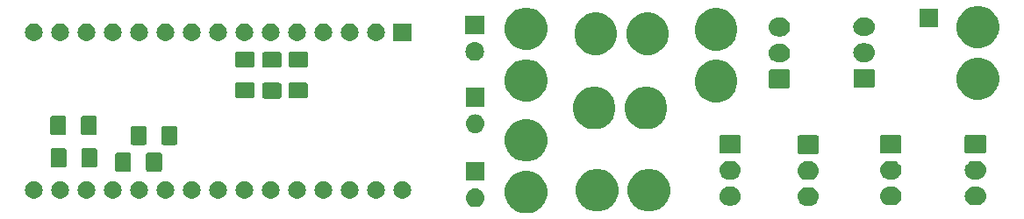
<source format=gbr>
G04 #@! TF.GenerationSoftware,KiCad,Pcbnew,(5.1.2)-2*
G04 #@! TF.CreationDate,2020-01-25T22:11:55+00:00*
G04 #@! TF.ProjectId,rowing_steerting,726f7769-6e67-45f7-9374-65657274696e,rev?*
G04 #@! TF.SameCoordinates,Original*
G04 #@! TF.FileFunction,Soldermask,Top*
G04 #@! TF.FilePolarity,Negative*
%FSLAX46Y46*%
G04 Gerber Fmt 4.6, Leading zero omitted, Abs format (unit mm)*
G04 Created by KiCad (PCBNEW (5.1.2)-2) date 2020-01-25 22:11:55*
%MOMM*%
%LPD*%
G04 APERTURE LIST*
%ADD10C,0.100000*%
G04 APERTURE END LIST*
D10*
G36*
X53628374Y-16766038D02*
G01*
X54001631Y-16920646D01*
X54001633Y-16920647D01*
X54337556Y-17145104D01*
X54623236Y-17430784D01*
X54796849Y-17690613D01*
X54847694Y-17766709D01*
X55002302Y-18139966D01*
X55081120Y-18536213D01*
X55081120Y-18940227D01*
X55002302Y-19336474D01*
X54867900Y-19660949D01*
X54847693Y-19709733D01*
X54623236Y-20045656D01*
X54337556Y-20331336D01*
X54001633Y-20555793D01*
X54001632Y-20555794D01*
X54001631Y-20555794D01*
X53628374Y-20710402D01*
X53232127Y-20789220D01*
X52828113Y-20789220D01*
X52431866Y-20710402D01*
X52058609Y-20555794D01*
X52058608Y-20555794D01*
X52058607Y-20555793D01*
X51722684Y-20331336D01*
X51437004Y-20045656D01*
X51212547Y-19709733D01*
X51192340Y-19660949D01*
X51057938Y-19336474D01*
X50979120Y-18940227D01*
X50979120Y-18536213D01*
X51057938Y-18139966D01*
X51212546Y-17766709D01*
X51263392Y-17690613D01*
X51437004Y-17430784D01*
X51722684Y-17145104D01*
X52058607Y-16920647D01*
X52058609Y-16920646D01*
X52431866Y-16766038D01*
X52828113Y-16687220D01*
X53232127Y-16687220D01*
X53628374Y-16766038D01*
X53628374Y-16766038D01*
G37*
G36*
X65473034Y-16587598D02*
G01*
X65811782Y-16727912D01*
X65846293Y-16742207D01*
X66182216Y-16966664D01*
X66467896Y-17252344D01*
X66672771Y-17558960D01*
X66692354Y-17588269D01*
X66846962Y-17961526D01*
X66925780Y-18357773D01*
X66925780Y-18761787D01*
X66846962Y-19158034D01*
X66715444Y-19475547D01*
X66692353Y-19531293D01*
X66467896Y-19867216D01*
X66182216Y-20152896D01*
X65846293Y-20377353D01*
X65846292Y-20377354D01*
X65846291Y-20377354D01*
X65473034Y-20531962D01*
X65076787Y-20610780D01*
X64672773Y-20610780D01*
X64276526Y-20531962D01*
X63903269Y-20377354D01*
X63903268Y-20377354D01*
X63903267Y-20377353D01*
X63567344Y-20152896D01*
X63281664Y-19867216D01*
X63057207Y-19531293D01*
X63034116Y-19475547D01*
X62902598Y-19158034D01*
X62823780Y-18761787D01*
X62823780Y-18357773D01*
X62902598Y-17961526D01*
X63057206Y-17588269D01*
X63076790Y-17558960D01*
X63281664Y-17252344D01*
X63567344Y-16966664D01*
X63903267Y-16742207D01*
X63937778Y-16727912D01*
X64276526Y-16587598D01*
X64672773Y-16508780D01*
X65076787Y-16508780D01*
X65473034Y-16587598D01*
X65473034Y-16587598D01*
G37*
G36*
X60473034Y-16587598D02*
G01*
X60811782Y-16727912D01*
X60846293Y-16742207D01*
X61182216Y-16966664D01*
X61467896Y-17252344D01*
X61672771Y-17558960D01*
X61692354Y-17588269D01*
X61846962Y-17961526D01*
X61925780Y-18357773D01*
X61925780Y-18761787D01*
X61846962Y-19158034D01*
X61715444Y-19475547D01*
X61692353Y-19531293D01*
X61467896Y-19867216D01*
X61182216Y-20152896D01*
X60846293Y-20377353D01*
X60846292Y-20377354D01*
X60846291Y-20377354D01*
X60473034Y-20531962D01*
X60076787Y-20610780D01*
X59672773Y-20610780D01*
X59276526Y-20531962D01*
X58903269Y-20377354D01*
X58903268Y-20377354D01*
X58903267Y-20377353D01*
X58567344Y-20152896D01*
X58281664Y-19867216D01*
X58057207Y-19531293D01*
X58034116Y-19475547D01*
X57902598Y-19158034D01*
X57823780Y-18761787D01*
X57823780Y-18357773D01*
X57902598Y-17961526D01*
X58057206Y-17588269D01*
X58076790Y-17558960D01*
X58281664Y-17252344D01*
X58567344Y-16966664D01*
X58903267Y-16742207D01*
X58937778Y-16727912D01*
X59276526Y-16587598D01*
X59672773Y-16508780D01*
X60076787Y-16508780D01*
X60473034Y-16587598D01*
X60473034Y-16587598D01*
G37*
G36*
X48218042Y-18404438D02*
G01*
X48284227Y-18410957D01*
X48454066Y-18462477D01*
X48610591Y-18546142D01*
X48646329Y-18575472D01*
X48747786Y-18658734D01*
X48831048Y-18760191D01*
X48860378Y-18795929D01*
X48860379Y-18795931D01*
X48937508Y-18940227D01*
X48944043Y-18952454D01*
X48995563Y-19122293D01*
X49012959Y-19298920D01*
X48995563Y-19475547D01*
X48944043Y-19645386D01*
X48860378Y-19801911D01*
X48831048Y-19837649D01*
X48747786Y-19939106D01*
X48648578Y-20020523D01*
X48610591Y-20051698D01*
X48454066Y-20135363D01*
X48284227Y-20186883D01*
X48218042Y-20193402D01*
X48151860Y-20199920D01*
X48063340Y-20199920D01*
X47997158Y-20193402D01*
X47930973Y-20186883D01*
X47761134Y-20135363D01*
X47604609Y-20051698D01*
X47566622Y-20020523D01*
X47467414Y-19939106D01*
X47384152Y-19837649D01*
X47354822Y-19801911D01*
X47271157Y-19645386D01*
X47219637Y-19475547D01*
X47202241Y-19298920D01*
X47219637Y-19122293D01*
X47271157Y-18952454D01*
X47277693Y-18940227D01*
X47354821Y-18795931D01*
X47354822Y-18795929D01*
X47384152Y-18760191D01*
X47467414Y-18658734D01*
X47568871Y-18575472D01*
X47604609Y-18546142D01*
X47761134Y-18462477D01*
X47930973Y-18410957D01*
X47997158Y-18404438D01*
X48063340Y-18397920D01*
X48151860Y-18397920D01*
X48218042Y-18404438D01*
X48218042Y-18404438D01*
G37*
G36*
X80479123Y-18263479D02*
G01*
X80545307Y-18269997D01*
X80715146Y-18321517D01*
X80871671Y-18405182D01*
X80907409Y-18434512D01*
X81008866Y-18517774D01*
X81092128Y-18619231D01*
X81121458Y-18654969D01*
X81205123Y-18811494D01*
X81256643Y-18981333D01*
X81274039Y-19157960D01*
X81256643Y-19334587D01*
X81205123Y-19504426D01*
X81121458Y-19660951D01*
X81092128Y-19696689D01*
X81008866Y-19798146D01*
X80907409Y-19881408D01*
X80871671Y-19910738D01*
X80715146Y-19994403D01*
X80545307Y-20045923D01*
X80486661Y-20051699D01*
X80412940Y-20058960D01*
X80074420Y-20058960D01*
X80000699Y-20051699D01*
X79942053Y-20045923D01*
X79772214Y-19994403D01*
X79615689Y-19910738D01*
X79579951Y-19881408D01*
X79478494Y-19798146D01*
X79395232Y-19696689D01*
X79365902Y-19660951D01*
X79282237Y-19504426D01*
X79230717Y-19334587D01*
X79213321Y-19157960D01*
X79230717Y-18981333D01*
X79282237Y-18811494D01*
X79365902Y-18654969D01*
X79395232Y-18619231D01*
X79478494Y-18517774D01*
X79579951Y-18434512D01*
X79615689Y-18405182D01*
X79772214Y-18321517D01*
X79942053Y-18269997D01*
X80008237Y-18263479D01*
X80074420Y-18256960D01*
X80412940Y-18256960D01*
X80479123Y-18263479D01*
X80479123Y-18263479D01*
G37*
G36*
X72937862Y-18238078D02*
G01*
X73004047Y-18244597D01*
X73173886Y-18296117D01*
X73330411Y-18379782D01*
X73361361Y-18405182D01*
X73467606Y-18492374D01*
X73550868Y-18593831D01*
X73580198Y-18629569D01*
X73663863Y-18786094D01*
X73715383Y-18955933D01*
X73732779Y-19132560D01*
X73715383Y-19309187D01*
X73697546Y-19367987D01*
X73663862Y-19479028D01*
X73622030Y-19557289D01*
X73580198Y-19635551D01*
X73550868Y-19671289D01*
X73467606Y-19772746D01*
X73366149Y-19856008D01*
X73330411Y-19885338D01*
X73173886Y-19969003D01*
X73004047Y-20020523D01*
X72937863Y-20027041D01*
X72871680Y-20033560D01*
X72533160Y-20033560D01*
X72466978Y-20027042D01*
X72400793Y-20020523D01*
X72230954Y-19969003D01*
X72074429Y-19885338D01*
X72038691Y-19856008D01*
X71937234Y-19772746D01*
X71853972Y-19671289D01*
X71824642Y-19635551D01*
X71782809Y-19557288D01*
X71740978Y-19479028D01*
X71707294Y-19367987D01*
X71689457Y-19309187D01*
X71672061Y-19132560D01*
X71689457Y-18955933D01*
X71740977Y-18786094D01*
X71824642Y-18629569D01*
X71853972Y-18593831D01*
X71937234Y-18492374D01*
X72043479Y-18405182D01*
X72074429Y-18379782D01*
X72230954Y-18296117D01*
X72400793Y-18244597D01*
X72466978Y-18238078D01*
X72533160Y-18231560D01*
X72871680Y-18231560D01*
X72937862Y-18238078D01*
X72937862Y-18238078D01*
G37*
G36*
X96608122Y-18227918D02*
G01*
X96674307Y-18234437D01*
X96844146Y-18285957D01*
X97000671Y-18369622D01*
X97035152Y-18397920D01*
X97137866Y-18482214D01*
X97221128Y-18583671D01*
X97250458Y-18619409D01*
X97334123Y-18775934D01*
X97385643Y-18945773D01*
X97403039Y-19122400D01*
X97385643Y-19299027D01*
X97334123Y-19468866D01*
X97250458Y-19625391D01*
X97221276Y-19660949D01*
X97137866Y-19762586D01*
X97036409Y-19845848D01*
X97000671Y-19875178D01*
X96844146Y-19958843D01*
X96674307Y-20010363D01*
X96608122Y-20016882D01*
X96541940Y-20023400D01*
X96203420Y-20023400D01*
X96137238Y-20016882D01*
X96071053Y-20010363D01*
X95901214Y-19958843D01*
X95744689Y-19875178D01*
X95708951Y-19845848D01*
X95607494Y-19762586D01*
X95524084Y-19660949D01*
X95494902Y-19625391D01*
X95411237Y-19468866D01*
X95359717Y-19299027D01*
X95342321Y-19122400D01*
X95359717Y-18945773D01*
X95411237Y-18775934D01*
X95494902Y-18619409D01*
X95524232Y-18583671D01*
X95607494Y-18482214D01*
X95710208Y-18397920D01*
X95744689Y-18369622D01*
X95901214Y-18285957D01*
X96071053Y-18234437D01*
X96137238Y-18227918D01*
X96203420Y-18221400D01*
X96541940Y-18221400D01*
X96608122Y-18227918D01*
X96608122Y-18227918D01*
G37*
G36*
X88454722Y-18227918D02*
G01*
X88520907Y-18234437D01*
X88690746Y-18285957D01*
X88847271Y-18369622D01*
X88881752Y-18397920D01*
X88984466Y-18482214D01*
X89067728Y-18583671D01*
X89097058Y-18619409D01*
X89180723Y-18775934D01*
X89232243Y-18945773D01*
X89249639Y-19122400D01*
X89232243Y-19299027D01*
X89180723Y-19468866D01*
X89097058Y-19625391D01*
X89067876Y-19660949D01*
X88984466Y-19762586D01*
X88883009Y-19845848D01*
X88847271Y-19875178D01*
X88690746Y-19958843D01*
X88520907Y-20010363D01*
X88454722Y-20016882D01*
X88388540Y-20023400D01*
X88050020Y-20023400D01*
X87983838Y-20016882D01*
X87917653Y-20010363D01*
X87747814Y-19958843D01*
X87591289Y-19875178D01*
X87555551Y-19845848D01*
X87454094Y-19762586D01*
X87370684Y-19660949D01*
X87341502Y-19625391D01*
X87257837Y-19468866D01*
X87206317Y-19299027D01*
X87188921Y-19122400D01*
X87206317Y-18945773D01*
X87257837Y-18775934D01*
X87341502Y-18619409D01*
X87370832Y-18583671D01*
X87454094Y-18482214D01*
X87556808Y-18397920D01*
X87591289Y-18369622D01*
X87747814Y-18285957D01*
X87917653Y-18234437D01*
X87983838Y-18227918D01*
X88050020Y-18221400D01*
X88388540Y-18221400D01*
X88454722Y-18227918D01*
X88454722Y-18227918D01*
G37*
G36*
X5686243Y-17690613D02*
G01*
X5846662Y-17739276D01*
X5897985Y-17766709D01*
X5994498Y-17818296D01*
X6124079Y-17924641D01*
X6230424Y-18054222D01*
X6230425Y-18054224D01*
X6309444Y-18202058D01*
X6358107Y-18362477D01*
X6374537Y-18529300D01*
X6358107Y-18696123D01*
X6309444Y-18856542D01*
X6264714Y-18940226D01*
X6230424Y-19004378D01*
X6124079Y-19133959D01*
X5994498Y-19240304D01*
X5994496Y-19240305D01*
X5846662Y-19319324D01*
X5686243Y-19367987D01*
X5561224Y-19380300D01*
X5477616Y-19380300D01*
X5352597Y-19367987D01*
X5192178Y-19319324D01*
X5044344Y-19240305D01*
X5044342Y-19240304D01*
X4914761Y-19133959D01*
X4808416Y-19004378D01*
X4774126Y-18940226D01*
X4729396Y-18856542D01*
X4680733Y-18696123D01*
X4664303Y-18529300D01*
X4680733Y-18362477D01*
X4729396Y-18202058D01*
X4808415Y-18054224D01*
X4808416Y-18054222D01*
X4914761Y-17924641D01*
X5044342Y-17818296D01*
X5140855Y-17766709D01*
X5192178Y-17739276D01*
X5352597Y-17690613D01*
X5477616Y-17678300D01*
X5561224Y-17678300D01*
X5686243Y-17690613D01*
X5686243Y-17690613D01*
G37*
G36*
X41246243Y-17690613D02*
G01*
X41406662Y-17739276D01*
X41457985Y-17766709D01*
X41554498Y-17818296D01*
X41684079Y-17924641D01*
X41790424Y-18054222D01*
X41790425Y-18054224D01*
X41869444Y-18202058D01*
X41918107Y-18362477D01*
X41934537Y-18529300D01*
X41918107Y-18696123D01*
X41869444Y-18856542D01*
X41824714Y-18940226D01*
X41790424Y-19004378D01*
X41684079Y-19133959D01*
X41554498Y-19240304D01*
X41554496Y-19240305D01*
X41406662Y-19319324D01*
X41246243Y-19367987D01*
X41121224Y-19380300D01*
X41037616Y-19380300D01*
X40912597Y-19367987D01*
X40752178Y-19319324D01*
X40604344Y-19240305D01*
X40604342Y-19240304D01*
X40474761Y-19133959D01*
X40368416Y-19004378D01*
X40334126Y-18940226D01*
X40289396Y-18856542D01*
X40240733Y-18696123D01*
X40224303Y-18529300D01*
X40240733Y-18362477D01*
X40289396Y-18202058D01*
X40368415Y-18054224D01*
X40368416Y-18054222D01*
X40474761Y-17924641D01*
X40604342Y-17818296D01*
X40700855Y-17766709D01*
X40752178Y-17739276D01*
X40912597Y-17690613D01*
X41037616Y-17678300D01*
X41121224Y-17678300D01*
X41246243Y-17690613D01*
X41246243Y-17690613D01*
G37*
G36*
X38706243Y-17690613D02*
G01*
X38866662Y-17739276D01*
X38917985Y-17766709D01*
X39014498Y-17818296D01*
X39144079Y-17924641D01*
X39250424Y-18054222D01*
X39250425Y-18054224D01*
X39329444Y-18202058D01*
X39378107Y-18362477D01*
X39394537Y-18529300D01*
X39378107Y-18696123D01*
X39329444Y-18856542D01*
X39284714Y-18940226D01*
X39250424Y-19004378D01*
X39144079Y-19133959D01*
X39014498Y-19240304D01*
X39014496Y-19240305D01*
X38866662Y-19319324D01*
X38706243Y-19367987D01*
X38581224Y-19380300D01*
X38497616Y-19380300D01*
X38372597Y-19367987D01*
X38212178Y-19319324D01*
X38064344Y-19240305D01*
X38064342Y-19240304D01*
X37934761Y-19133959D01*
X37828416Y-19004378D01*
X37794126Y-18940226D01*
X37749396Y-18856542D01*
X37700733Y-18696123D01*
X37684303Y-18529300D01*
X37700733Y-18362477D01*
X37749396Y-18202058D01*
X37828415Y-18054224D01*
X37828416Y-18054222D01*
X37934761Y-17924641D01*
X38064342Y-17818296D01*
X38160855Y-17766709D01*
X38212178Y-17739276D01*
X38372597Y-17690613D01*
X38497616Y-17678300D01*
X38581224Y-17678300D01*
X38706243Y-17690613D01*
X38706243Y-17690613D01*
G37*
G36*
X36166243Y-17690613D02*
G01*
X36326662Y-17739276D01*
X36377985Y-17766709D01*
X36474498Y-17818296D01*
X36604079Y-17924641D01*
X36710424Y-18054222D01*
X36710425Y-18054224D01*
X36789444Y-18202058D01*
X36838107Y-18362477D01*
X36854537Y-18529300D01*
X36838107Y-18696123D01*
X36789444Y-18856542D01*
X36744714Y-18940226D01*
X36710424Y-19004378D01*
X36604079Y-19133959D01*
X36474498Y-19240304D01*
X36474496Y-19240305D01*
X36326662Y-19319324D01*
X36166243Y-19367987D01*
X36041224Y-19380300D01*
X35957616Y-19380300D01*
X35832597Y-19367987D01*
X35672178Y-19319324D01*
X35524344Y-19240305D01*
X35524342Y-19240304D01*
X35394761Y-19133959D01*
X35288416Y-19004378D01*
X35254126Y-18940226D01*
X35209396Y-18856542D01*
X35160733Y-18696123D01*
X35144303Y-18529300D01*
X35160733Y-18362477D01*
X35209396Y-18202058D01*
X35288415Y-18054224D01*
X35288416Y-18054222D01*
X35394761Y-17924641D01*
X35524342Y-17818296D01*
X35620855Y-17766709D01*
X35672178Y-17739276D01*
X35832597Y-17690613D01*
X35957616Y-17678300D01*
X36041224Y-17678300D01*
X36166243Y-17690613D01*
X36166243Y-17690613D01*
G37*
G36*
X33626243Y-17690613D02*
G01*
X33786662Y-17739276D01*
X33837985Y-17766709D01*
X33934498Y-17818296D01*
X34064079Y-17924641D01*
X34170424Y-18054222D01*
X34170425Y-18054224D01*
X34249444Y-18202058D01*
X34298107Y-18362477D01*
X34314537Y-18529300D01*
X34298107Y-18696123D01*
X34249444Y-18856542D01*
X34204714Y-18940226D01*
X34170424Y-19004378D01*
X34064079Y-19133959D01*
X33934498Y-19240304D01*
X33934496Y-19240305D01*
X33786662Y-19319324D01*
X33626243Y-19367987D01*
X33501224Y-19380300D01*
X33417616Y-19380300D01*
X33292597Y-19367987D01*
X33132178Y-19319324D01*
X32984344Y-19240305D01*
X32984342Y-19240304D01*
X32854761Y-19133959D01*
X32748416Y-19004378D01*
X32714126Y-18940226D01*
X32669396Y-18856542D01*
X32620733Y-18696123D01*
X32604303Y-18529300D01*
X32620733Y-18362477D01*
X32669396Y-18202058D01*
X32748415Y-18054224D01*
X32748416Y-18054222D01*
X32854761Y-17924641D01*
X32984342Y-17818296D01*
X33080855Y-17766709D01*
X33132178Y-17739276D01*
X33292597Y-17690613D01*
X33417616Y-17678300D01*
X33501224Y-17678300D01*
X33626243Y-17690613D01*
X33626243Y-17690613D01*
G37*
G36*
X31086243Y-17690613D02*
G01*
X31246662Y-17739276D01*
X31297985Y-17766709D01*
X31394498Y-17818296D01*
X31524079Y-17924641D01*
X31630424Y-18054222D01*
X31630425Y-18054224D01*
X31709444Y-18202058D01*
X31758107Y-18362477D01*
X31774537Y-18529300D01*
X31758107Y-18696123D01*
X31709444Y-18856542D01*
X31664714Y-18940226D01*
X31630424Y-19004378D01*
X31524079Y-19133959D01*
X31394498Y-19240304D01*
X31394496Y-19240305D01*
X31246662Y-19319324D01*
X31086243Y-19367987D01*
X30961224Y-19380300D01*
X30877616Y-19380300D01*
X30752597Y-19367987D01*
X30592178Y-19319324D01*
X30444344Y-19240305D01*
X30444342Y-19240304D01*
X30314761Y-19133959D01*
X30208416Y-19004378D01*
X30174126Y-18940226D01*
X30129396Y-18856542D01*
X30080733Y-18696123D01*
X30064303Y-18529300D01*
X30080733Y-18362477D01*
X30129396Y-18202058D01*
X30208415Y-18054224D01*
X30208416Y-18054222D01*
X30314761Y-17924641D01*
X30444342Y-17818296D01*
X30540855Y-17766709D01*
X30592178Y-17739276D01*
X30752597Y-17690613D01*
X30877616Y-17678300D01*
X30961224Y-17678300D01*
X31086243Y-17690613D01*
X31086243Y-17690613D01*
G37*
G36*
X28546243Y-17690613D02*
G01*
X28706662Y-17739276D01*
X28757985Y-17766709D01*
X28854498Y-17818296D01*
X28984079Y-17924641D01*
X29090424Y-18054222D01*
X29090425Y-18054224D01*
X29169444Y-18202058D01*
X29218107Y-18362477D01*
X29234537Y-18529300D01*
X29218107Y-18696123D01*
X29169444Y-18856542D01*
X29124714Y-18940226D01*
X29090424Y-19004378D01*
X28984079Y-19133959D01*
X28854498Y-19240304D01*
X28854496Y-19240305D01*
X28706662Y-19319324D01*
X28546243Y-19367987D01*
X28421224Y-19380300D01*
X28337616Y-19380300D01*
X28212597Y-19367987D01*
X28052178Y-19319324D01*
X27904344Y-19240305D01*
X27904342Y-19240304D01*
X27774761Y-19133959D01*
X27668416Y-19004378D01*
X27634126Y-18940226D01*
X27589396Y-18856542D01*
X27540733Y-18696123D01*
X27524303Y-18529300D01*
X27540733Y-18362477D01*
X27589396Y-18202058D01*
X27668415Y-18054224D01*
X27668416Y-18054222D01*
X27774761Y-17924641D01*
X27904342Y-17818296D01*
X28000855Y-17766709D01*
X28052178Y-17739276D01*
X28212597Y-17690613D01*
X28337616Y-17678300D01*
X28421224Y-17678300D01*
X28546243Y-17690613D01*
X28546243Y-17690613D01*
G37*
G36*
X23466243Y-17690613D02*
G01*
X23626662Y-17739276D01*
X23677985Y-17766709D01*
X23774498Y-17818296D01*
X23904079Y-17924641D01*
X24010424Y-18054222D01*
X24010425Y-18054224D01*
X24089444Y-18202058D01*
X24138107Y-18362477D01*
X24154537Y-18529300D01*
X24138107Y-18696123D01*
X24089444Y-18856542D01*
X24044714Y-18940226D01*
X24010424Y-19004378D01*
X23904079Y-19133959D01*
X23774498Y-19240304D01*
X23774496Y-19240305D01*
X23626662Y-19319324D01*
X23466243Y-19367987D01*
X23341224Y-19380300D01*
X23257616Y-19380300D01*
X23132597Y-19367987D01*
X22972178Y-19319324D01*
X22824344Y-19240305D01*
X22824342Y-19240304D01*
X22694761Y-19133959D01*
X22588416Y-19004378D01*
X22554126Y-18940226D01*
X22509396Y-18856542D01*
X22460733Y-18696123D01*
X22444303Y-18529300D01*
X22460733Y-18362477D01*
X22509396Y-18202058D01*
X22588415Y-18054224D01*
X22588416Y-18054222D01*
X22694761Y-17924641D01*
X22824342Y-17818296D01*
X22920855Y-17766709D01*
X22972178Y-17739276D01*
X23132597Y-17690613D01*
X23257616Y-17678300D01*
X23341224Y-17678300D01*
X23466243Y-17690613D01*
X23466243Y-17690613D01*
G37*
G36*
X20926243Y-17690613D02*
G01*
X21086662Y-17739276D01*
X21137985Y-17766709D01*
X21234498Y-17818296D01*
X21364079Y-17924641D01*
X21470424Y-18054222D01*
X21470425Y-18054224D01*
X21549444Y-18202058D01*
X21598107Y-18362477D01*
X21614537Y-18529300D01*
X21598107Y-18696123D01*
X21549444Y-18856542D01*
X21504714Y-18940226D01*
X21470424Y-19004378D01*
X21364079Y-19133959D01*
X21234498Y-19240304D01*
X21234496Y-19240305D01*
X21086662Y-19319324D01*
X20926243Y-19367987D01*
X20801224Y-19380300D01*
X20717616Y-19380300D01*
X20592597Y-19367987D01*
X20432178Y-19319324D01*
X20284344Y-19240305D01*
X20284342Y-19240304D01*
X20154761Y-19133959D01*
X20048416Y-19004378D01*
X20014126Y-18940226D01*
X19969396Y-18856542D01*
X19920733Y-18696123D01*
X19904303Y-18529300D01*
X19920733Y-18362477D01*
X19969396Y-18202058D01*
X20048415Y-18054224D01*
X20048416Y-18054222D01*
X20154761Y-17924641D01*
X20284342Y-17818296D01*
X20380855Y-17766709D01*
X20432178Y-17739276D01*
X20592597Y-17690613D01*
X20717616Y-17678300D01*
X20801224Y-17678300D01*
X20926243Y-17690613D01*
X20926243Y-17690613D01*
G37*
G36*
X18386243Y-17690613D02*
G01*
X18546662Y-17739276D01*
X18597985Y-17766709D01*
X18694498Y-17818296D01*
X18824079Y-17924641D01*
X18930424Y-18054222D01*
X18930425Y-18054224D01*
X19009444Y-18202058D01*
X19058107Y-18362477D01*
X19074537Y-18529300D01*
X19058107Y-18696123D01*
X19009444Y-18856542D01*
X18964714Y-18940226D01*
X18930424Y-19004378D01*
X18824079Y-19133959D01*
X18694498Y-19240304D01*
X18694496Y-19240305D01*
X18546662Y-19319324D01*
X18386243Y-19367987D01*
X18261224Y-19380300D01*
X18177616Y-19380300D01*
X18052597Y-19367987D01*
X17892178Y-19319324D01*
X17744344Y-19240305D01*
X17744342Y-19240304D01*
X17614761Y-19133959D01*
X17508416Y-19004378D01*
X17474126Y-18940226D01*
X17429396Y-18856542D01*
X17380733Y-18696123D01*
X17364303Y-18529300D01*
X17380733Y-18362477D01*
X17429396Y-18202058D01*
X17508415Y-18054224D01*
X17508416Y-18054222D01*
X17614761Y-17924641D01*
X17744342Y-17818296D01*
X17840855Y-17766709D01*
X17892178Y-17739276D01*
X18052597Y-17690613D01*
X18177616Y-17678300D01*
X18261224Y-17678300D01*
X18386243Y-17690613D01*
X18386243Y-17690613D01*
G37*
G36*
X15846243Y-17690613D02*
G01*
X16006662Y-17739276D01*
X16057985Y-17766709D01*
X16154498Y-17818296D01*
X16284079Y-17924641D01*
X16390424Y-18054222D01*
X16390425Y-18054224D01*
X16469444Y-18202058D01*
X16518107Y-18362477D01*
X16534537Y-18529300D01*
X16518107Y-18696123D01*
X16469444Y-18856542D01*
X16424714Y-18940226D01*
X16390424Y-19004378D01*
X16284079Y-19133959D01*
X16154498Y-19240304D01*
X16154496Y-19240305D01*
X16006662Y-19319324D01*
X15846243Y-19367987D01*
X15721224Y-19380300D01*
X15637616Y-19380300D01*
X15512597Y-19367987D01*
X15352178Y-19319324D01*
X15204344Y-19240305D01*
X15204342Y-19240304D01*
X15074761Y-19133959D01*
X14968416Y-19004378D01*
X14934126Y-18940226D01*
X14889396Y-18856542D01*
X14840733Y-18696123D01*
X14824303Y-18529300D01*
X14840733Y-18362477D01*
X14889396Y-18202058D01*
X14968415Y-18054224D01*
X14968416Y-18054222D01*
X15074761Y-17924641D01*
X15204342Y-17818296D01*
X15300855Y-17766709D01*
X15352178Y-17739276D01*
X15512597Y-17690613D01*
X15637616Y-17678300D01*
X15721224Y-17678300D01*
X15846243Y-17690613D01*
X15846243Y-17690613D01*
G37*
G36*
X13306243Y-17690613D02*
G01*
X13466662Y-17739276D01*
X13517985Y-17766709D01*
X13614498Y-17818296D01*
X13744079Y-17924641D01*
X13850424Y-18054222D01*
X13850425Y-18054224D01*
X13929444Y-18202058D01*
X13978107Y-18362477D01*
X13994537Y-18529300D01*
X13978107Y-18696123D01*
X13929444Y-18856542D01*
X13884714Y-18940226D01*
X13850424Y-19004378D01*
X13744079Y-19133959D01*
X13614498Y-19240304D01*
X13614496Y-19240305D01*
X13466662Y-19319324D01*
X13306243Y-19367987D01*
X13181224Y-19380300D01*
X13097616Y-19380300D01*
X12972597Y-19367987D01*
X12812178Y-19319324D01*
X12664344Y-19240305D01*
X12664342Y-19240304D01*
X12534761Y-19133959D01*
X12428416Y-19004378D01*
X12394126Y-18940226D01*
X12349396Y-18856542D01*
X12300733Y-18696123D01*
X12284303Y-18529300D01*
X12300733Y-18362477D01*
X12349396Y-18202058D01*
X12428415Y-18054224D01*
X12428416Y-18054222D01*
X12534761Y-17924641D01*
X12664342Y-17818296D01*
X12760855Y-17766709D01*
X12812178Y-17739276D01*
X12972597Y-17690613D01*
X13097616Y-17678300D01*
X13181224Y-17678300D01*
X13306243Y-17690613D01*
X13306243Y-17690613D01*
G37*
G36*
X10766243Y-17690613D02*
G01*
X10926662Y-17739276D01*
X10977985Y-17766709D01*
X11074498Y-17818296D01*
X11204079Y-17924641D01*
X11310424Y-18054222D01*
X11310425Y-18054224D01*
X11389444Y-18202058D01*
X11438107Y-18362477D01*
X11454537Y-18529300D01*
X11438107Y-18696123D01*
X11389444Y-18856542D01*
X11344714Y-18940226D01*
X11310424Y-19004378D01*
X11204079Y-19133959D01*
X11074498Y-19240304D01*
X11074496Y-19240305D01*
X10926662Y-19319324D01*
X10766243Y-19367987D01*
X10641224Y-19380300D01*
X10557616Y-19380300D01*
X10432597Y-19367987D01*
X10272178Y-19319324D01*
X10124344Y-19240305D01*
X10124342Y-19240304D01*
X9994761Y-19133959D01*
X9888416Y-19004378D01*
X9854126Y-18940226D01*
X9809396Y-18856542D01*
X9760733Y-18696123D01*
X9744303Y-18529300D01*
X9760733Y-18362477D01*
X9809396Y-18202058D01*
X9888415Y-18054224D01*
X9888416Y-18054222D01*
X9994761Y-17924641D01*
X10124342Y-17818296D01*
X10220855Y-17766709D01*
X10272178Y-17739276D01*
X10432597Y-17690613D01*
X10557616Y-17678300D01*
X10641224Y-17678300D01*
X10766243Y-17690613D01*
X10766243Y-17690613D01*
G37*
G36*
X8226243Y-17690613D02*
G01*
X8386662Y-17739276D01*
X8437985Y-17766709D01*
X8534498Y-17818296D01*
X8664079Y-17924641D01*
X8770424Y-18054222D01*
X8770425Y-18054224D01*
X8849444Y-18202058D01*
X8898107Y-18362477D01*
X8914537Y-18529300D01*
X8898107Y-18696123D01*
X8849444Y-18856542D01*
X8804714Y-18940226D01*
X8770424Y-19004378D01*
X8664079Y-19133959D01*
X8534498Y-19240304D01*
X8534496Y-19240305D01*
X8386662Y-19319324D01*
X8226243Y-19367987D01*
X8101224Y-19380300D01*
X8017616Y-19380300D01*
X7892597Y-19367987D01*
X7732178Y-19319324D01*
X7584344Y-19240305D01*
X7584342Y-19240304D01*
X7454761Y-19133959D01*
X7348416Y-19004378D01*
X7314126Y-18940226D01*
X7269396Y-18856542D01*
X7220733Y-18696123D01*
X7204303Y-18529300D01*
X7220733Y-18362477D01*
X7269396Y-18202058D01*
X7348415Y-18054224D01*
X7348416Y-18054222D01*
X7454761Y-17924641D01*
X7584342Y-17818296D01*
X7680855Y-17766709D01*
X7732178Y-17739276D01*
X7892597Y-17690613D01*
X8017616Y-17678300D01*
X8101224Y-17678300D01*
X8226243Y-17690613D01*
X8226243Y-17690613D01*
G37*
G36*
X26006243Y-17690613D02*
G01*
X26166662Y-17739276D01*
X26217985Y-17766709D01*
X26314498Y-17818296D01*
X26444079Y-17924641D01*
X26550424Y-18054222D01*
X26550425Y-18054224D01*
X26629444Y-18202058D01*
X26678107Y-18362477D01*
X26694537Y-18529300D01*
X26678107Y-18696123D01*
X26629444Y-18856542D01*
X26584714Y-18940226D01*
X26550424Y-19004378D01*
X26444079Y-19133959D01*
X26314498Y-19240304D01*
X26314496Y-19240305D01*
X26166662Y-19319324D01*
X26006243Y-19367987D01*
X25881224Y-19380300D01*
X25797616Y-19380300D01*
X25672597Y-19367987D01*
X25512178Y-19319324D01*
X25364344Y-19240305D01*
X25364342Y-19240304D01*
X25234761Y-19133959D01*
X25128416Y-19004378D01*
X25094126Y-18940226D01*
X25049396Y-18856542D01*
X25000733Y-18696123D01*
X24984303Y-18529300D01*
X25000733Y-18362477D01*
X25049396Y-18202058D01*
X25128415Y-18054224D01*
X25128416Y-18054222D01*
X25234761Y-17924641D01*
X25364342Y-17818296D01*
X25460855Y-17766709D01*
X25512178Y-17739276D01*
X25672597Y-17690613D01*
X25797616Y-17678300D01*
X25881224Y-17678300D01*
X26006243Y-17690613D01*
X26006243Y-17690613D01*
G37*
G36*
X49008600Y-17659920D02*
G01*
X47206600Y-17659920D01*
X47206600Y-15857920D01*
X49008600Y-15857920D01*
X49008600Y-17659920D01*
X49008600Y-17659920D01*
G37*
G36*
X80479122Y-15763478D02*
G01*
X80545307Y-15769997D01*
X80715146Y-15821517D01*
X80871671Y-15905182D01*
X80907409Y-15934512D01*
X81008866Y-16017774D01*
X81092128Y-16119231D01*
X81121458Y-16154969D01*
X81121459Y-16154971D01*
X81184635Y-16273163D01*
X81205123Y-16311494D01*
X81256643Y-16481333D01*
X81274039Y-16657960D01*
X81256643Y-16834587D01*
X81205123Y-17004426D01*
X81121458Y-17160951D01*
X81092128Y-17196689D01*
X81008866Y-17298146D01*
X80907409Y-17381408D01*
X80871671Y-17410738D01*
X80715146Y-17494403D01*
X80545307Y-17545923D01*
X80479122Y-17552442D01*
X80412940Y-17558960D01*
X80074420Y-17558960D01*
X80008238Y-17552442D01*
X79942053Y-17545923D01*
X79772214Y-17494403D01*
X79615689Y-17410738D01*
X79579951Y-17381408D01*
X79478494Y-17298146D01*
X79395232Y-17196689D01*
X79365902Y-17160951D01*
X79282237Y-17004426D01*
X79230717Y-16834587D01*
X79213321Y-16657960D01*
X79230717Y-16481333D01*
X79282237Y-16311494D01*
X79302726Y-16273163D01*
X79365901Y-16154971D01*
X79365902Y-16154969D01*
X79395232Y-16119231D01*
X79478494Y-16017774D01*
X79579951Y-15934512D01*
X79615689Y-15905182D01*
X79772214Y-15821517D01*
X79942053Y-15769997D01*
X80008238Y-15763478D01*
X80074420Y-15756960D01*
X80412940Y-15756960D01*
X80479122Y-15763478D01*
X80479122Y-15763478D01*
G37*
G36*
X72937862Y-15738078D02*
G01*
X73004047Y-15744597D01*
X73173886Y-15796117D01*
X73330411Y-15879782D01*
X73361361Y-15905182D01*
X73467606Y-15992374D01*
X73550868Y-16093831D01*
X73580198Y-16129569D01*
X73663863Y-16286094D01*
X73715383Y-16455933D01*
X73732779Y-16632560D01*
X73715383Y-16809187D01*
X73663863Y-16979026D01*
X73580198Y-17135551D01*
X73550868Y-17171289D01*
X73467606Y-17272746D01*
X73366149Y-17356008D01*
X73330411Y-17385338D01*
X73173886Y-17469003D01*
X73004047Y-17520523D01*
X72937863Y-17527041D01*
X72871680Y-17533560D01*
X72533160Y-17533560D01*
X72466977Y-17527041D01*
X72400793Y-17520523D01*
X72230954Y-17469003D01*
X72074429Y-17385338D01*
X72038691Y-17356008D01*
X71937234Y-17272746D01*
X71853972Y-17171289D01*
X71824642Y-17135551D01*
X71740977Y-16979026D01*
X71689457Y-16809187D01*
X71672061Y-16632560D01*
X71689457Y-16455933D01*
X71740977Y-16286094D01*
X71824642Y-16129569D01*
X71853972Y-16093831D01*
X71937234Y-15992374D01*
X72043479Y-15905182D01*
X72074429Y-15879782D01*
X72230954Y-15796117D01*
X72400793Y-15744597D01*
X72466978Y-15738078D01*
X72533160Y-15731560D01*
X72871680Y-15731560D01*
X72937862Y-15738078D01*
X72937862Y-15738078D01*
G37*
G36*
X88454722Y-15727918D02*
G01*
X88520907Y-15734437D01*
X88690746Y-15785957D01*
X88847271Y-15869622D01*
X88883009Y-15898952D01*
X88984466Y-15982214D01*
X89067728Y-16083671D01*
X89097058Y-16119409D01*
X89180723Y-16275934D01*
X89232243Y-16445773D01*
X89249639Y-16622400D01*
X89232243Y-16799027D01*
X89180723Y-16968866D01*
X89097058Y-17125391D01*
X89080880Y-17145104D01*
X88984466Y-17262586D01*
X88883009Y-17345848D01*
X88847271Y-17375178D01*
X88690746Y-17458843D01*
X88520907Y-17510363D01*
X88454723Y-17516881D01*
X88388540Y-17523400D01*
X88050020Y-17523400D01*
X87983837Y-17516881D01*
X87917653Y-17510363D01*
X87747814Y-17458843D01*
X87591289Y-17375178D01*
X87555551Y-17345848D01*
X87454094Y-17262586D01*
X87357680Y-17145104D01*
X87341502Y-17125391D01*
X87257837Y-16968866D01*
X87206317Y-16799027D01*
X87188921Y-16622400D01*
X87206317Y-16445773D01*
X87257837Y-16275934D01*
X87341502Y-16119409D01*
X87370832Y-16083671D01*
X87454094Y-15982214D01*
X87555551Y-15898952D01*
X87591289Y-15869622D01*
X87747814Y-15785957D01*
X87917653Y-15734437D01*
X87983838Y-15727918D01*
X88050020Y-15721400D01*
X88388540Y-15721400D01*
X88454722Y-15727918D01*
X88454722Y-15727918D01*
G37*
G36*
X96608122Y-15727918D02*
G01*
X96674307Y-15734437D01*
X96844146Y-15785957D01*
X97000671Y-15869622D01*
X97036409Y-15898952D01*
X97137866Y-15982214D01*
X97221128Y-16083671D01*
X97250458Y-16119409D01*
X97334123Y-16275934D01*
X97385643Y-16445773D01*
X97403039Y-16622400D01*
X97385643Y-16799027D01*
X97334123Y-16968866D01*
X97250458Y-17125391D01*
X97234280Y-17145104D01*
X97137866Y-17262586D01*
X97036409Y-17345848D01*
X97000671Y-17375178D01*
X96844146Y-17458843D01*
X96674307Y-17510363D01*
X96608123Y-17516881D01*
X96541940Y-17523400D01*
X96203420Y-17523400D01*
X96137237Y-17516881D01*
X96071053Y-17510363D01*
X95901214Y-17458843D01*
X95744689Y-17375178D01*
X95708951Y-17345848D01*
X95607494Y-17262586D01*
X95511080Y-17145104D01*
X95494902Y-17125391D01*
X95411237Y-16968866D01*
X95359717Y-16799027D01*
X95342321Y-16622400D01*
X95359717Y-16445773D01*
X95411237Y-16275934D01*
X95494902Y-16119409D01*
X95524232Y-16083671D01*
X95607494Y-15982214D01*
X95708951Y-15898952D01*
X95744689Y-15869622D01*
X95901214Y-15785957D01*
X96071053Y-15734437D01*
X96137238Y-15727918D01*
X96203420Y-15721400D01*
X96541940Y-15721400D01*
X96608122Y-15727918D01*
X96608122Y-15727918D01*
G37*
G36*
X17734262Y-14925241D02*
G01*
X17769181Y-14935834D01*
X17801363Y-14953036D01*
X17829573Y-14976187D01*
X17852724Y-15004397D01*
X17869926Y-15036579D01*
X17880519Y-15071498D01*
X17884700Y-15113955D01*
X17884700Y-16580165D01*
X17880519Y-16622622D01*
X17869926Y-16657541D01*
X17852724Y-16689723D01*
X17829573Y-16717933D01*
X17801363Y-16741084D01*
X17769181Y-16758286D01*
X17734262Y-16768879D01*
X17691805Y-16773060D01*
X16550595Y-16773060D01*
X16508138Y-16768879D01*
X16473219Y-16758286D01*
X16441037Y-16741084D01*
X16412827Y-16717933D01*
X16389676Y-16689723D01*
X16372474Y-16657541D01*
X16361881Y-16622622D01*
X16357700Y-16580165D01*
X16357700Y-15113955D01*
X16361881Y-15071498D01*
X16372474Y-15036579D01*
X16389676Y-15004397D01*
X16412827Y-14976187D01*
X16441037Y-14953036D01*
X16473219Y-14935834D01*
X16508138Y-14925241D01*
X16550595Y-14921060D01*
X17691805Y-14921060D01*
X17734262Y-14925241D01*
X17734262Y-14925241D01*
G37*
G36*
X14759262Y-14925241D02*
G01*
X14794181Y-14935834D01*
X14826363Y-14953036D01*
X14854573Y-14976187D01*
X14877724Y-15004397D01*
X14894926Y-15036579D01*
X14905519Y-15071498D01*
X14909700Y-15113955D01*
X14909700Y-16580165D01*
X14905519Y-16622622D01*
X14894926Y-16657541D01*
X14877724Y-16689723D01*
X14854573Y-16717933D01*
X14826363Y-16741084D01*
X14794181Y-16758286D01*
X14759262Y-16768879D01*
X14716805Y-16773060D01*
X13575595Y-16773060D01*
X13533138Y-16768879D01*
X13498219Y-16758286D01*
X13466037Y-16741084D01*
X13437827Y-16717933D01*
X13414676Y-16689723D01*
X13397474Y-16657541D01*
X13386881Y-16622622D01*
X13382700Y-16580165D01*
X13382700Y-15113955D01*
X13386881Y-15071498D01*
X13397474Y-15036579D01*
X13414676Y-15004397D01*
X13437827Y-14976187D01*
X13466037Y-14953036D01*
X13498219Y-14935834D01*
X13533138Y-14925241D01*
X13575595Y-14921060D01*
X14716805Y-14921060D01*
X14759262Y-14925241D01*
X14759262Y-14925241D01*
G37*
G36*
X8518482Y-14508681D02*
G01*
X8553401Y-14519274D01*
X8585583Y-14536476D01*
X8613793Y-14559627D01*
X8636944Y-14587837D01*
X8654146Y-14620019D01*
X8664739Y-14654938D01*
X8668920Y-14697395D01*
X8668920Y-16163605D01*
X8664739Y-16206062D01*
X8654146Y-16240981D01*
X8636944Y-16273163D01*
X8613793Y-16301373D01*
X8585583Y-16324524D01*
X8553401Y-16341726D01*
X8518482Y-16352319D01*
X8476025Y-16356500D01*
X7334815Y-16356500D01*
X7292358Y-16352319D01*
X7257439Y-16341726D01*
X7225257Y-16324524D01*
X7197047Y-16301373D01*
X7173896Y-16273163D01*
X7156694Y-16240981D01*
X7146101Y-16206062D01*
X7141920Y-16163605D01*
X7141920Y-14697395D01*
X7146101Y-14654938D01*
X7156694Y-14620019D01*
X7173896Y-14587837D01*
X7197047Y-14559627D01*
X7225257Y-14536476D01*
X7257439Y-14519274D01*
X7292358Y-14508681D01*
X7334815Y-14504500D01*
X8476025Y-14504500D01*
X8518482Y-14508681D01*
X8518482Y-14508681D01*
G37*
G36*
X11493482Y-14508681D02*
G01*
X11528401Y-14519274D01*
X11560583Y-14536476D01*
X11588793Y-14559627D01*
X11611944Y-14587837D01*
X11629146Y-14620019D01*
X11639739Y-14654938D01*
X11643920Y-14697395D01*
X11643920Y-16163605D01*
X11639739Y-16206062D01*
X11629146Y-16240981D01*
X11611944Y-16273163D01*
X11588793Y-16301373D01*
X11560583Y-16324524D01*
X11528401Y-16341726D01*
X11493482Y-16352319D01*
X11451025Y-16356500D01*
X10309815Y-16356500D01*
X10267358Y-16352319D01*
X10232439Y-16341726D01*
X10200257Y-16324524D01*
X10172047Y-16301373D01*
X10148896Y-16273163D01*
X10131694Y-16240981D01*
X10121101Y-16206062D01*
X10116920Y-16163605D01*
X10116920Y-14697395D01*
X10121101Y-14654938D01*
X10131694Y-14620019D01*
X10148896Y-14587837D01*
X10172047Y-14559627D01*
X10200257Y-14536476D01*
X10232439Y-14519274D01*
X10267358Y-14508681D01*
X10309815Y-14504500D01*
X11451025Y-14504500D01*
X11493482Y-14508681D01*
X11493482Y-14508681D01*
G37*
G36*
X53628374Y-11766038D02*
G01*
X54001631Y-11920646D01*
X54001633Y-11920647D01*
X54337556Y-12145104D01*
X54623236Y-12430784D01*
X54843924Y-12761066D01*
X54847694Y-12766709D01*
X55002302Y-13139966D01*
X55081120Y-13536213D01*
X55081120Y-13940227D01*
X55002302Y-14336474D01*
X54870390Y-14654938D01*
X54847693Y-14709733D01*
X54623236Y-15045656D01*
X54337556Y-15331336D01*
X54001633Y-15555793D01*
X54001632Y-15555794D01*
X54001631Y-15555794D01*
X53628374Y-15710402D01*
X53232127Y-15789220D01*
X52828113Y-15789220D01*
X52431866Y-15710402D01*
X52058609Y-15555794D01*
X52058608Y-15555794D01*
X52058607Y-15555793D01*
X51722684Y-15331336D01*
X51437004Y-15045656D01*
X51212547Y-14709733D01*
X51189850Y-14654938D01*
X51057938Y-14336474D01*
X50979120Y-13940227D01*
X50979120Y-13536213D01*
X51057938Y-13139966D01*
X51212546Y-12766709D01*
X51216317Y-12761066D01*
X51437004Y-12430784D01*
X51722684Y-12145104D01*
X52058607Y-11920647D01*
X52058609Y-11920646D01*
X52431866Y-11766038D01*
X52828113Y-11687220D01*
X53232127Y-11687220D01*
X53628374Y-11766038D01*
X53628374Y-11766038D01*
G37*
G36*
X81127280Y-13260949D02*
G01*
X81160332Y-13270975D01*
X81190783Y-13287252D01*
X81217479Y-13309161D01*
X81239388Y-13335857D01*
X81255665Y-13366308D01*
X81265691Y-13399360D01*
X81269680Y-13439863D01*
X81269680Y-14876057D01*
X81265691Y-14916560D01*
X81255665Y-14949612D01*
X81239388Y-14980063D01*
X81217479Y-15006759D01*
X81190783Y-15028668D01*
X81160332Y-15044945D01*
X81127280Y-15054971D01*
X81086777Y-15058960D01*
X79400583Y-15058960D01*
X79360080Y-15054971D01*
X79327028Y-15044945D01*
X79296577Y-15028668D01*
X79269881Y-15006759D01*
X79247972Y-14980063D01*
X79231695Y-14949612D01*
X79221669Y-14916560D01*
X79217680Y-14876057D01*
X79217680Y-13439863D01*
X79221669Y-13399360D01*
X79231695Y-13366308D01*
X79247972Y-13335857D01*
X79269881Y-13309161D01*
X79296577Y-13287252D01*
X79327028Y-13270975D01*
X79360080Y-13260949D01*
X79400583Y-13256960D01*
X81086777Y-13256960D01*
X81127280Y-13260949D01*
X81127280Y-13260949D01*
G37*
G36*
X73586020Y-13235549D02*
G01*
X73619072Y-13245575D01*
X73649523Y-13261852D01*
X73676219Y-13283761D01*
X73698128Y-13310457D01*
X73714405Y-13340908D01*
X73724431Y-13373960D01*
X73728420Y-13414463D01*
X73728420Y-14850657D01*
X73724431Y-14891160D01*
X73714405Y-14924212D01*
X73698128Y-14954663D01*
X73676219Y-14981359D01*
X73649523Y-15003268D01*
X73619072Y-15019545D01*
X73586020Y-15029571D01*
X73545517Y-15033560D01*
X71859323Y-15033560D01*
X71818820Y-15029571D01*
X71785768Y-15019545D01*
X71755317Y-15003268D01*
X71728621Y-14981359D01*
X71706712Y-14954663D01*
X71690435Y-14924212D01*
X71680409Y-14891160D01*
X71676420Y-14850657D01*
X71676420Y-13414463D01*
X71680409Y-13373960D01*
X71690435Y-13340908D01*
X71706712Y-13310457D01*
X71728621Y-13283761D01*
X71755317Y-13261852D01*
X71785768Y-13245575D01*
X71818820Y-13235549D01*
X71859323Y-13231560D01*
X73545517Y-13231560D01*
X73586020Y-13235549D01*
X73586020Y-13235549D01*
G37*
G36*
X97256280Y-13225389D02*
G01*
X97289332Y-13235415D01*
X97319783Y-13251692D01*
X97346479Y-13273601D01*
X97368388Y-13300297D01*
X97384665Y-13330748D01*
X97394691Y-13363800D01*
X97398680Y-13404303D01*
X97398680Y-14840497D01*
X97394691Y-14881000D01*
X97384665Y-14914052D01*
X97368388Y-14944503D01*
X97346479Y-14971199D01*
X97319783Y-14993108D01*
X97289332Y-15009385D01*
X97256280Y-15019411D01*
X97215777Y-15023400D01*
X95529583Y-15023400D01*
X95489080Y-15019411D01*
X95456028Y-15009385D01*
X95425577Y-14993108D01*
X95398881Y-14971199D01*
X95376972Y-14944503D01*
X95360695Y-14914052D01*
X95350669Y-14881000D01*
X95346680Y-14840497D01*
X95346680Y-13404303D01*
X95350669Y-13363800D01*
X95360695Y-13330748D01*
X95376972Y-13300297D01*
X95398881Y-13273601D01*
X95425577Y-13251692D01*
X95456028Y-13235415D01*
X95489080Y-13225389D01*
X95529583Y-13221400D01*
X97215777Y-13221400D01*
X97256280Y-13225389D01*
X97256280Y-13225389D01*
G37*
G36*
X89102880Y-13225389D02*
G01*
X89135932Y-13235415D01*
X89166383Y-13251692D01*
X89193079Y-13273601D01*
X89214988Y-13300297D01*
X89231265Y-13330748D01*
X89241291Y-13363800D01*
X89245280Y-13404303D01*
X89245280Y-14840497D01*
X89241291Y-14881000D01*
X89231265Y-14914052D01*
X89214988Y-14944503D01*
X89193079Y-14971199D01*
X89166383Y-14993108D01*
X89135932Y-15009385D01*
X89102880Y-15019411D01*
X89062377Y-15023400D01*
X87376183Y-15023400D01*
X87335680Y-15019411D01*
X87302628Y-15009385D01*
X87272177Y-14993108D01*
X87245481Y-14971199D01*
X87223572Y-14944503D01*
X87207295Y-14914052D01*
X87197269Y-14881000D01*
X87193280Y-14840497D01*
X87193280Y-13404303D01*
X87197269Y-13363800D01*
X87207295Y-13330748D01*
X87223572Y-13300297D01*
X87245481Y-13273601D01*
X87272177Y-13251692D01*
X87302628Y-13235415D01*
X87335680Y-13225389D01*
X87376183Y-13221400D01*
X89062377Y-13221400D01*
X89102880Y-13225389D01*
X89102880Y-13225389D01*
G37*
G36*
X19225242Y-12342061D02*
G01*
X19260161Y-12352654D01*
X19292343Y-12369856D01*
X19320553Y-12393007D01*
X19343704Y-12421217D01*
X19360906Y-12453399D01*
X19371499Y-12488318D01*
X19375680Y-12530775D01*
X19375680Y-13996985D01*
X19371499Y-14039442D01*
X19360906Y-14074361D01*
X19343704Y-14106543D01*
X19320553Y-14134753D01*
X19292343Y-14157904D01*
X19260161Y-14175106D01*
X19225242Y-14185699D01*
X19182785Y-14189880D01*
X18041575Y-14189880D01*
X17999118Y-14185699D01*
X17964199Y-14175106D01*
X17932017Y-14157904D01*
X17903807Y-14134753D01*
X17880656Y-14106543D01*
X17863454Y-14074361D01*
X17852861Y-14039442D01*
X17848680Y-13996985D01*
X17848680Y-12530775D01*
X17852861Y-12488318D01*
X17863454Y-12453399D01*
X17880656Y-12421217D01*
X17903807Y-12393007D01*
X17932017Y-12369856D01*
X17964199Y-12352654D01*
X17999118Y-12342061D01*
X18041575Y-12337880D01*
X19182785Y-12337880D01*
X19225242Y-12342061D01*
X19225242Y-12342061D01*
G37*
G36*
X16250242Y-12342061D02*
G01*
X16285161Y-12352654D01*
X16317343Y-12369856D01*
X16345553Y-12393007D01*
X16368704Y-12421217D01*
X16385906Y-12453399D01*
X16396499Y-12488318D01*
X16400680Y-12530775D01*
X16400680Y-13996985D01*
X16396499Y-14039442D01*
X16385906Y-14074361D01*
X16368704Y-14106543D01*
X16345553Y-14134753D01*
X16317343Y-14157904D01*
X16285161Y-14175106D01*
X16250242Y-14185699D01*
X16207785Y-14189880D01*
X15066575Y-14189880D01*
X15024118Y-14185699D01*
X14989199Y-14175106D01*
X14957017Y-14157904D01*
X14928807Y-14134753D01*
X14905656Y-14106543D01*
X14888454Y-14074361D01*
X14877861Y-14039442D01*
X14873680Y-13996985D01*
X14873680Y-12530775D01*
X14877861Y-12488318D01*
X14888454Y-12453399D01*
X14905656Y-12421217D01*
X14928807Y-12393007D01*
X14957017Y-12369856D01*
X14989199Y-12352654D01*
X15024118Y-12342061D01*
X15066575Y-12337880D01*
X16207785Y-12337880D01*
X16250242Y-12342061D01*
X16250242Y-12342061D01*
G37*
G36*
X8482922Y-11374321D02*
G01*
X8517841Y-11384914D01*
X8550023Y-11402116D01*
X8578233Y-11425267D01*
X8601384Y-11453477D01*
X8618586Y-11485659D01*
X8629179Y-11520578D01*
X8633360Y-11563035D01*
X8633360Y-13029245D01*
X8629179Y-13071702D01*
X8618586Y-13106621D01*
X8601384Y-13138803D01*
X8578233Y-13167013D01*
X8550023Y-13190164D01*
X8517841Y-13207366D01*
X8482922Y-13217959D01*
X8440465Y-13222140D01*
X7299255Y-13222140D01*
X7256798Y-13217959D01*
X7221879Y-13207366D01*
X7189697Y-13190164D01*
X7161487Y-13167013D01*
X7138336Y-13138803D01*
X7121134Y-13106621D01*
X7110541Y-13071702D01*
X7106360Y-13029245D01*
X7106360Y-11563035D01*
X7110541Y-11520578D01*
X7121134Y-11485659D01*
X7138336Y-11453477D01*
X7161487Y-11425267D01*
X7189697Y-11402116D01*
X7221879Y-11384914D01*
X7256798Y-11374321D01*
X7299255Y-11370140D01*
X8440465Y-11370140D01*
X8482922Y-11374321D01*
X8482922Y-11374321D01*
G37*
G36*
X11457922Y-11374321D02*
G01*
X11492841Y-11384914D01*
X11525023Y-11402116D01*
X11553233Y-11425267D01*
X11576384Y-11453477D01*
X11593586Y-11485659D01*
X11604179Y-11520578D01*
X11608360Y-11563035D01*
X11608360Y-13029245D01*
X11604179Y-13071702D01*
X11593586Y-13106621D01*
X11576384Y-13138803D01*
X11553233Y-13167013D01*
X11525023Y-13190164D01*
X11492841Y-13207366D01*
X11457922Y-13217959D01*
X11415465Y-13222140D01*
X10274255Y-13222140D01*
X10231798Y-13217959D01*
X10196879Y-13207366D01*
X10164697Y-13190164D01*
X10136487Y-13167013D01*
X10113336Y-13138803D01*
X10096134Y-13106621D01*
X10085541Y-13071702D01*
X10081360Y-13029245D01*
X10081360Y-11563035D01*
X10085541Y-11520578D01*
X10096134Y-11485659D01*
X10113336Y-11453477D01*
X10136487Y-11425267D01*
X10164697Y-11402116D01*
X10196879Y-11384914D01*
X10231798Y-11374321D01*
X10274255Y-11370140D01*
X11415465Y-11370140D01*
X11457922Y-11374321D01*
X11457922Y-11374321D01*
G37*
G36*
X48218043Y-11226399D02*
G01*
X48284227Y-11232917D01*
X48454066Y-11284437D01*
X48610591Y-11368102D01*
X48619347Y-11375288D01*
X48747786Y-11480694D01*
X48831048Y-11582151D01*
X48860378Y-11617889D01*
X48944043Y-11774414D01*
X48995563Y-11944253D01*
X49012959Y-12120880D01*
X48995563Y-12297507D01*
X48944043Y-12467346D01*
X48860378Y-12623871D01*
X48831048Y-12659609D01*
X48747786Y-12761066D01*
X48646329Y-12844328D01*
X48610591Y-12873658D01*
X48610589Y-12873659D01*
X48459825Y-12954245D01*
X48454066Y-12957323D01*
X48284227Y-13008843D01*
X48218043Y-13015361D01*
X48151860Y-13021880D01*
X48063340Y-13021880D01*
X47997158Y-13015362D01*
X47930973Y-13008843D01*
X47761134Y-12957323D01*
X47755376Y-12954245D01*
X47604611Y-12873659D01*
X47604609Y-12873658D01*
X47568871Y-12844328D01*
X47467414Y-12761066D01*
X47384152Y-12659609D01*
X47354822Y-12623871D01*
X47271157Y-12467346D01*
X47219637Y-12297507D01*
X47202241Y-12120880D01*
X47219637Y-11944253D01*
X47271157Y-11774414D01*
X47354822Y-11617889D01*
X47384152Y-11582151D01*
X47467414Y-11480694D01*
X47595853Y-11375288D01*
X47604609Y-11368102D01*
X47761134Y-11284437D01*
X47930973Y-11232917D01*
X47997157Y-11226399D01*
X48063340Y-11219880D01*
X48151860Y-11219880D01*
X48218043Y-11226399D01*
X48218043Y-11226399D01*
G37*
G36*
X65191094Y-8639938D02*
G01*
X65504973Y-8769951D01*
X65564353Y-8794547D01*
X65900276Y-9019004D01*
X66185956Y-9304684D01*
X66406902Y-9635352D01*
X66410414Y-9640609D01*
X66565022Y-10013866D01*
X66643840Y-10410113D01*
X66643840Y-10814127D01*
X66565022Y-11210374D01*
X66453052Y-11480694D01*
X66410413Y-11583633D01*
X66185956Y-11919556D01*
X65900276Y-12205236D01*
X65564353Y-12429693D01*
X65564352Y-12429694D01*
X65564351Y-12429694D01*
X65191094Y-12584302D01*
X64794847Y-12663120D01*
X64390833Y-12663120D01*
X63994586Y-12584302D01*
X63621329Y-12429694D01*
X63621328Y-12429694D01*
X63621327Y-12429693D01*
X63285404Y-12205236D01*
X62999724Y-11919556D01*
X62775267Y-11583633D01*
X62732628Y-11480694D01*
X62620658Y-11210374D01*
X62541840Y-10814127D01*
X62541840Y-10410113D01*
X62620658Y-10013866D01*
X62775266Y-9640609D01*
X62778779Y-9635352D01*
X62999724Y-9304684D01*
X63285404Y-9019004D01*
X63621327Y-8794547D01*
X63680707Y-8769951D01*
X63994586Y-8639938D01*
X64390833Y-8561120D01*
X64794847Y-8561120D01*
X65191094Y-8639938D01*
X65191094Y-8639938D01*
G37*
G36*
X60191094Y-8639938D02*
G01*
X60504973Y-8769951D01*
X60564353Y-8794547D01*
X60900276Y-9019004D01*
X61185956Y-9304684D01*
X61406902Y-9635352D01*
X61410414Y-9640609D01*
X61565022Y-10013866D01*
X61643840Y-10410113D01*
X61643840Y-10814127D01*
X61565022Y-11210374D01*
X61453052Y-11480694D01*
X61410413Y-11583633D01*
X61185956Y-11919556D01*
X60900276Y-12205236D01*
X60564353Y-12429693D01*
X60564352Y-12429694D01*
X60564351Y-12429694D01*
X60191094Y-12584302D01*
X59794847Y-12663120D01*
X59390833Y-12663120D01*
X58994586Y-12584302D01*
X58621329Y-12429694D01*
X58621328Y-12429694D01*
X58621327Y-12429693D01*
X58285404Y-12205236D01*
X57999724Y-11919556D01*
X57775267Y-11583633D01*
X57732628Y-11480694D01*
X57620658Y-11210374D01*
X57541840Y-10814127D01*
X57541840Y-10410113D01*
X57620658Y-10013866D01*
X57775266Y-9640609D01*
X57778779Y-9635352D01*
X57999724Y-9304684D01*
X58285404Y-9019004D01*
X58621327Y-8794547D01*
X58680707Y-8769951D01*
X58994586Y-8639938D01*
X59390833Y-8561120D01*
X59794847Y-8561120D01*
X60191094Y-8639938D01*
X60191094Y-8639938D01*
G37*
G36*
X49008600Y-10481880D02*
G01*
X47206600Y-10481880D01*
X47206600Y-8679880D01*
X49008600Y-8679880D01*
X49008600Y-10481880D01*
X49008600Y-10481880D01*
G37*
G36*
X71954474Y-6052318D02*
G01*
X72323863Y-6205324D01*
X72327733Y-6206927D01*
X72663656Y-6431384D01*
X72949336Y-6717064D01*
X73162884Y-7036660D01*
X73173794Y-7052989D01*
X73328402Y-7426246D01*
X73407220Y-7822493D01*
X73407220Y-8226507D01*
X73328402Y-8622754D01*
X73201148Y-8929973D01*
X73173793Y-8996013D01*
X72949336Y-9331936D01*
X72663656Y-9617616D01*
X72327733Y-9842073D01*
X72327732Y-9842074D01*
X72327731Y-9842074D01*
X71954474Y-9996682D01*
X71558227Y-10075500D01*
X71154213Y-10075500D01*
X70757966Y-9996682D01*
X70384709Y-9842074D01*
X70384708Y-9842074D01*
X70384707Y-9842073D01*
X70048784Y-9617616D01*
X69763104Y-9331936D01*
X69538647Y-8996013D01*
X69511292Y-8929973D01*
X69384038Y-8622754D01*
X69305220Y-8226507D01*
X69305220Y-7822493D01*
X69384038Y-7426246D01*
X69538646Y-7052989D01*
X69549557Y-7036660D01*
X69763104Y-6717064D01*
X70048784Y-6431384D01*
X70384707Y-6206927D01*
X70388577Y-6205324D01*
X70757966Y-6052318D01*
X71154213Y-5973500D01*
X71558227Y-5973500D01*
X71954474Y-6052318D01*
X71954474Y-6052318D01*
G37*
G36*
X53625834Y-5986278D02*
G01*
X53976921Y-6131703D01*
X53999093Y-6140887D01*
X54335016Y-6365344D01*
X54620696Y-6651024D01*
X54835939Y-6973157D01*
X54845154Y-6986949D01*
X54999762Y-7360206D01*
X55078580Y-7756453D01*
X55078580Y-8160467D01*
X54999762Y-8556714D01*
X54901249Y-8794546D01*
X54845153Y-8929973D01*
X54620696Y-9265896D01*
X54335016Y-9551576D01*
X53999093Y-9776033D01*
X53999092Y-9776034D01*
X53999091Y-9776034D01*
X53625834Y-9930642D01*
X53229587Y-10009460D01*
X52825573Y-10009460D01*
X52429326Y-9930642D01*
X52056069Y-9776034D01*
X52056068Y-9776034D01*
X52056067Y-9776033D01*
X51720144Y-9551576D01*
X51434464Y-9265896D01*
X51210007Y-8929973D01*
X51153911Y-8794546D01*
X51055398Y-8556714D01*
X50976580Y-8160467D01*
X50976580Y-7756453D01*
X51055398Y-7360206D01*
X51210006Y-6986949D01*
X51219222Y-6973157D01*
X51434464Y-6651024D01*
X51720144Y-6365344D01*
X52056067Y-6140887D01*
X52078239Y-6131703D01*
X52429326Y-5986278D01*
X52825573Y-5907460D01*
X53229587Y-5907460D01*
X53625834Y-5986278D01*
X53625834Y-5986278D01*
G37*
G36*
X97207154Y-5826258D02*
G01*
X97580411Y-5980866D01*
X97580413Y-5980867D01*
X97916336Y-6205324D01*
X98202016Y-6491004D01*
X98360613Y-6728360D01*
X98426474Y-6826929D01*
X98581082Y-7200186D01*
X98659900Y-7596433D01*
X98659900Y-8000447D01*
X98581082Y-8396694D01*
X98462803Y-8682245D01*
X98426473Y-8769953D01*
X98202016Y-9105876D01*
X97916336Y-9391556D01*
X97580413Y-9616013D01*
X97580412Y-9616014D01*
X97580411Y-9616014D01*
X97207154Y-9770622D01*
X96810907Y-9849440D01*
X96406893Y-9849440D01*
X96010646Y-9770622D01*
X95637389Y-9616014D01*
X95637388Y-9616014D01*
X95637387Y-9616013D01*
X95301464Y-9391556D01*
X95015784Y-9105876D01*
X94791327Y-8769953D01*
X94754997Y-8682245D01*
X94636718Y-8396694D01*
X94557900Y-8000447D01*
X94557900Y-7596433D01*
X94636718Y-7200186D01*
X94791326Y-6826929D01*
X94857188Y-6728360D01*
X95015784Y-6491004D01*
X95301464Y-6205324D01*
X95637387Y-5980867D01*
X95637389Y-5980866D01*
X96010646Y-5826258D01*
X96406893Y-5747440D01*
X96810907Y-5747440D01*
X97207154Y-5826258D01*
X97207154Y-5826258D01*
G37*
G36*
X29259122Y-8180541D02*
G01*
X29294041Y-8191134D01*
X29326223Y-8208336D01*
X29354433Y-8231487D01*
X29377584Y-8259697D01*
X29394786Y-8291879D01*
X29405379Y-8326798D01*
X29409560Y-8369255D01*
X29409560Y-9510465D01*
X29405379Y-9552922D01*
X29394786Y-9587841D01*
X29377584Y-9620023D01*
X29354433Y-9648233D01*
X29326223Y-9671384D01*
X29294041Y-9688586D01*
X29259122Y-9699179D01*
X29216665Y-9703360D01*
X27750455Y-9703360D01*
X27707998Y-9699179D01*
X27673079Y-9688586D01*
X27640897Y-9671384D01*
X27612687Y-9648233D01*
X27589536Y-9620023D01*
X27572334Y-9587841D01*
X27561741Y-9552922D01*
X27557560Y-9510465D01*
X27557560Y-8369255D01*
X27561741Y-8326798D01*
X27572334Y-8291879D01*
X27589536Y-8259697D01*
X27612687Y-8231487D01*
X27640897Y-8208336D01*
X27673079Y-8191134D01*
X27707998Y-8180541D01*
X27750455Y-8176360D01*
X29216665Y-8176360D01*
X29259122Y-8180541D01*
X29259122Y-8180541D01*
G37*
G36*
X31811822Y-8157681D02*
G01*
X31846741Y-8168274D01*
X31878923Y-8185476D01*
X31907133Y-8208627D01*
X31930284Y-8236837D01*
X31947486Y-8269019D01*
X31958079Y-8303938D01*
X31962260Y-8346395D01*
X31962260Y-9487605D01*
X31958079Y-9530062D01*
X31947486Y-9564981D01*
X31930284Y-9597163D01*
X31907133Y-9625373D01*
X31878923Y-9648524D01*
X31846741Y-9665726D01*
X31811822Y-9676319D01*
X31769365Y-9680500D01*
X30303155Y-9680500D01*
X30260698Y-9676319D01*
X30225779Y-9665726D01*
X30193597Y-9648524D01*
X30165387Y-9625373D01*
X30142236Y-9597163D01*
X30125034Y-9564981D01*
X30114441Y-9530062D01*
X30110260Y-9487605D01*
X30110260Y-8346395D01*
X30114441Y-8303938D01*
X30125034Y-8269019D01*
X30142236Y-8236837D01*
X30165387Y-8208627D01*
X30193597Y-8185476D01*
X30225779Y-8168274D01*
X30260698Y-8157681D01*
X30303155Y-8153500D01*
X31769365Y-8153500D01*
X31811822Y-8157681D01*
X31811822Y-8157681D01*
G37*
G36*
X26648002Y-8144981D02*
G01*
X26682921Y-8155574D01*
X26715103Y-8172776D01*
X26743313Y-8195927D01*
X26766464Y-8224137D01*
X26783666Y-8256319D01*
X26794259Y-8291238D01*
X26798440Y-8333695D01*
X26798440Y-9474905D01*
X26794259Y-9517362D01*
X26783666Y-9552281D01*
X26766464Y-9584463D01*
X26743313Y-9612673D01*
X26715103Y-9635824D01*
X26682921Y-9653026D01*
X26648002Y-9663619D01*
X26605545Y-9667800D01*
X25139335Y-9667800D01*
X25096878Y-9663619D01*
X25061959Y-9653026D01*
X25029777Y-9635824D01*
X25001567Y-9612673D01*
X24978416Y-9584463D01*
X24961214Y-9552281D01*
X24950621Y-9517362D01*
X24946440Y-9474905D01*
X24946440Y-8333695D01*
X24950621Y-8291238D01*
X24961214Y-8256319D01*
X24978416Y-8224137D01*
X25001567Y-8195927D01*
X25029777Y-8172776D01*
X25061959Y-8155574D01*
X25096878Y-8144981D01*
X25139335Y-8140800D01*
X26605545Y-8140800D01*
X26648002Y-8144981D01*
X26648002Y-8144981D01*
G37*
G36*
X78356140Y-6898249D02*
G01*
X78389192Y-6908275D01*
X78419643Y-6924552D01*
X78446339Y-6946461D01*
X78468248Y-6973157D01*
X78484525Y-7003608D01*
X78494551Y-7036660D01*
X78498540Y-7077163D01*
X78498540Y-8513357D01*
X78494551Y-8553860D01*
X78484525Y-8586912D01*
X78468248Y-8617363D01*
X78446339Y-8644059D01*
X78419643Y-8665968D01*
X78389192Y-8682245D01*
X78356140Y-8692271D01*
X78315637Y-8696260D01*
X76629443Y-8696260D01*
X76588940Y-8692271D01*
X76555888Y-8682245D01*
X76525437Y-8665968D01*
X76498741Y-8644059D01*
X76476832Y-8617363D01*
X76460555Y-8586912D01*
X76450529Y-8553860D01*
X76446540Y-8513357D01*
X76446540Y-7077163D01*
X76450529Y-7036660D01*
X76460555Y-7003608D01*
X76476832Y-6973157D01*
X76498741Y-6946461D01*
X76525437Y-6924552D01*
X76555888Y-6908275D01*
X76588940Y-6898249D01*
X76629443Y-6894260D01*
X78315637Y-6894260D01*
X78356140Y-6898249D01*
X78356140Y-6898249D01*
G37*
G36*
X86509540Y-6862689D02*
G01*
X86542592Y-6872715D01*
X86573043Y-6888992D01*
X86599739Y-6910901D01*
X86621648Y-6937597D01*
X86637925Y-6968048D01*
X86647951Y-7001100D01*
X86651940Y-7041603D01*
X86651940Y-8477797D01*
X86647951Y-8518300D01*
X86637925Y-8551352D01*
X86621648Y-8581803D01*
X86599739Y-8608499D01*
X86573043Y-8630408D01*
X86542592Y-8646685D01*
X86509540Y-8656711D01*
X86469037Y-8660700D01*
X84782843Y-8660700D01*
X84742340Y-8656711D01*
X84709288Y-8646685D01*
X84678837Y-8630408D01*
X84652141Y-8608499D01*
X84630232Y-8581803D01*
X84613955Y-8551352D01*
X84603929Y-8518300D01*
X84599940Y-8477797D01*
X84599940Y-7041603D01*
X84603929Y-7001100D01*
X84613955Y-6968048D01*
X84630232Y-6937597D01*
X84652141Y-6910901D01*
X84678837Y-6888992D01*
X84709288Y-6872715D01*
X84742340Y-6862689D01*
X84782843Y-6858700D01*
X86469037Y-6858700D01*
X86509540Y-6862689D01*
X86509540Y-6862689D01*
G37*
G36*
X29259122Y-5205541D02*
G01*
X29294041Y-5216134D01*
X29326223Y-5233336D01*
X29354433Y-5256487D01*
X29377584Y-5284697D01*
X29394786Y-5316879D01*
X29405379Y-5351798D01*
X29409560Y-5394255D01*
X29409560Y-6535465D01*
X29405379Y-6577922D01*
X29394786Y-6612841D01*
X29377584Y-6645023D01*
X29354433Y-6673233D01*
X29326223Y-6696384D01*
X29294041Y-6713586D01*
X29259122Y-6724179D01*
X29216665Y-6728360D01*
X27750455Y-6728360D01*
X27707998Y-6724179D01*
X27673079Y-6713586D01*
X27640897Y-6696384D01*
X27612687Y-6673233D01*
X27589536Y-6645023D01*
X27572334Y-6612841D01*
X27561741Y-6577922D01*
X27557560Y-6535465D01*
X27557560Y-5394255D01*
X27561741Y-5351798D01*
X27572334Y-5316879D01*
X27589536Y-5284697D01*
X27612687Y-5256487D01*
X27640897Y-5233336D01*
X27673079Y-5216134D01*
X27707998Y-5205541D01*
X27750455Y-5201360D01*
X29216665Y-5201360D01*
X29259122Y-5205541D01*
X29259122Y-5205541D01*
G37*
G36*
X31811822Y-5182681D02*
G01*
X31846741Y-5193274D01*
X31878923Y-5210476D01*
X31907133Y-5233627D01*
X31930284Y-5261837D01*
X31947486Y-5294019D01*
X31958079Y-5328938D01*
X31962260Y-5371395D01*
X31962260Y-6512605D01*
X31958079Y-6555062D01*
X31947486Y-6589981D01*
X31930284Y-6622163D01*
X31907133Y-6650373D01*
X31878923Y-6673524D01*
X31846741Y-6690726D01*
X31811822Y-6701319D01*
X31769365Y-6705500D01*
X30303155Y-6705500D01*
X30260698Y-6701319D01*
X30225779Y-6690726D01*
X30193597Y-6673524D01*
X30165387Y-6650373D01*
X30142236Y-6622163D01*
X30125034Y-6589981D01*
X30114441Y-6555062D01*
X30110260Y-6512605D01*
X30110260Y-5371395D01*
X30114441Y-5328938D01*
X30125034Y-5294019D01*
X30142236Y-5261837D01*
X30165387Y-5233627D01*
X30193597Y-5210476D01*
X30225779Y-5193274D01*
X30260698Y-5182681D01*
X30303155Y-5178500D01*
X31769365Y-5178500D01*
X31811822Y-5182681D01*
X31811822Y-5182681D01*
G37*
G36*
X26648002Y-5169981D02*
G01*
X26682921Y-5180574D01*
X26715103Y-5197776D01*
X26743313Y-5220927D01*
X26766464Y-5249137D01*
X26783666Y-5281319D01*
X26794259Y-5316238D01*
X26798440Y-5358695D01*
X26798440Y-6499905D01*
X26794259Y-6542362D01*
X26783666Y-6577281D01*
X26766464Y-6609463D01*
X26743313Y-6637673D01*
X26715103Y-6660824D01*
X26682921Y-6678026D01*
X26648002Y-6688619D01*
X26605545Y-6692800D01*
X25139335Y-6692800D01*
X25096878Y-6688619D01*
X25061959Y-6678026D01*
X25029777Y-6660824D01*
X25001567Y-6637673D01*
X24978416Y-6609463D01*
X24961214Y-6577281D01*
X24950621Y-6542362D01*
X24946440Y-6499905D01*
X24946440Y-5358695D01*
X24950621Y-5316238D01*
X24961214Y-5281319D01*
X24978416Y-5249137D01*
X25001567Y-5220927D01*
X25029777Y-5197776D01*
X25061959Y-5180574D01*
X25096878Y-5169981D01*
X25139335Y-5165800D01*
X26605545Y-5165800D01*
X26648002Y-5169981D01*
X26648002Y-5169981D01*
G37*
G36*
X77707983Y-4400779D02*
G01*
X77774167Y-4407297D01*
X77944006Y-4458817D01*
X78100531Y-4542482D01*
X78136269Y-4571812D01*
X78237726Y-4655074D01*
X78320988Y-4756531D01*
X78350318Y-4792269D01*
X78350319Y-4792271D01*
X78424281Y-4930642D01*
X78433983Y-4948794D01*
X78485503Y-5118633D01*
X78502899Y-5295260D01*
X78485503Y-5471887D01*
X78433983Y-5641726D01*
X78350318Y-5798251D01*
X78327333Y-5826258D01*
X78237726Y-5935446D01*
X78136269Y-6018708D01*
X78100531Y-6048038D01*
X77944006Y-6131703D01*
X77774167Y-6183223D01*
X77707982Y-6189742D01*
X77641800Y-6196260D01*
X77303280Y-6196260D01*
X77237097Y-6189741D01*
X77170913Y-6183223D01*
X77001074Y-6131703D01*
X76844549Y-6048038D01*
X76808811Y-6018708D01*
X76707354Y-5935446D01*
X76617747Y-5826258D01*
X76594762Y-5798251D01*
X76511097Y-5641726D01*
X76459577Y-5471887D01*
X76442181Y-5295260D01*
X76459577Y-5118633D01*
X76511097Y-4948794D01*
X76520800Y-4930642D01*
X76594761Y-4792271D01*
X76594762Y-4792269D01*
X76624092Y-4756531D01*
X76707354Y-4655074D01*
X76808811Y-4571812D01*
X76844549Y-4542482D01*
X77001074Y-4458817D01*
X77170913Y-4407297D01*
X77237097Y-4400779D01*
X77303280Y-4394260D01*
X77641800Y-4394260D01*
X77707983Y-4400779D01*
X77707983Y-4400779D01*
G37*
G36*
X85861383Y-4365219D02*
G01*
X85927567Y-4371737D01*
X86097406Y-4423257D01*
X86253931Y-4506922D01*
X86289669Y-4536252D01*
X86391126Y-4619514D01*
X86474388Y-4720971D01*
X86503718Y-4756709D01*
X86587383Y-4913234D01*
X86638903Y-5083073D01*
X86656299Y-5259700D01*
X86638903Y-5436327D01*
X86587383Y-5606166D01*
X86503718Y-5762691D01*
X86476066Y-5796385D01*
X86391126Y-5899886D01*
X86292450Y-5980866D01*
X86253931Y-6012478D01*
X86097406Y-6096143D01*
X85927567Y-6147663D01*
X85861382Y-6154182D01*
X85795200Y-6160700D01*
X85456680Y-6160700D01*
X85390497Y-6154181D01*
X85324313Y-6147663D01*
X85154474Y-6096143D01*
X84997949Y-6012478D01*
X84959430Y-5980866D01*
X84860754Y-5899886D01*
X84775814Y-5796385D01*
X84748162Y-5762691D01*
X84664497Y-5606166D01*
X84612977Y-5436327D01*
X84595581Y-5259700D01*
X84612977Y-5083073D01*
X84664497Y-4913234D01*
X84748162Y-4756709D01*
X84777492Y-4720971D01*
X84860754Y-4619514D01*
X84962211Y-4536252D01*
X84997949Y-4506922D01*
X85154474Y-4423257D01*
X85324313Y-4371737D01*
X85390498Y-4365218D01*
X85456680Y-4358700D01*
X85795200Y-4358700D01*
X85861383Y-4365219D01*
X85861383Y-4365219D01*
G37*
G36*
X48177403Y-4261719D02*
G01*
X48243587Y-4268237D01*
X48413426Y-4319757D01*
X48569951Y-4403422D01*
X48594120Y-4423257D01*
X48707146Y-4516014D01*
X48789212Y-4616013D01*
X48819738Y-4653209D01*
X48903403Y-4809734D01*
X48954923Y-4979573D01*
X48972319Y-5156200D01*
X48954923Y-5332827D01*
X48903403Y-5502666D01*
X48819738Y-5659191D01*
X48790408Y-5694929D01*
X48707146Y-5796386D01*
X48605689Y-5879648D01*
X48569951Y-5908978D01*
X48413426Y-5992643D01*
X48243587Y-6044163D01*
X48177403Y-6050681D01*
X48111220Y-6057200D01*
X48022700Y-6057200D01*
X47956517Y-6050681D01*
X47890333Y-6044163D01*
X47720494Y-5992643D01*
X47563969Y-5908978D01*
X47528231Y-5879648D01*
X47426774Y-5796386D01*
X47343512Y-5694929D01*
X47314182Y-5659191D01*
X47230517Y-5502666D01*
X47178997Y-5332827D01*
X47161601Y-5156200D01*
X47178997Y-4979573D01*
X47230517Y-4809734D01*
X47314182Y-4653209D01*
X47344708Y-4616013D01*
X47426774Y-4516014D01*
X47539800Y-4423257D01*
X47563969Y-4403422D01*
X47720494Y-4319757D01*
X47890333Y-4268237D01*
X47956517Y-4261719D01*
X48022700Y-4255200D01*
X48111220Y-4255200D01*
X48177403Y-4261719D01*
X48177403Y-4261719D01*
G37*
G36*
X60343494Y-1459358D02*
G01*
X60716751Y-1613966D01*
X60716753Y-1613967D01*
X61052676Y-1838424D01*
X61338356Y-2124104D01*
X61556523Y-2450613D01*
X61562814Y-2460029D01*
X61717422Y-2833286D01*
X61796240Y-3229533D01*
X61796240Y-3633547D01*
X61717422Y-4029794D01*
X61567575Y-4391556D01*
X61562813Y-4403053D01*
X61338356Y-4738976D01*
X61052676Y-5024656D01*
X60716753Y-5249113D01*
X60716752Y-5249114D01*
X60716751Y-5249114D01*
X60343494Y-5403722D01*
X59947247Y-5482540D01*
X59543233Y-5482540D01*
X59146986Y-5403722D01*
X58773729Y-5249114D01*
X58773728Y-5249114D01*
X58773727Y-5249113D01*
X58437804Y-5024656D01*
X58152124Y-4738976D01*
X57927667Y-4403053D01*
X57922905Y-4391556D01*
X57773058Y-4029794D01*
X57694240Y-3633547D01*
X57694240Y-3229533D01*
X57773058Y-2833286D01*
X57927666Y-2460029D01*
X57933958Y-2450613D01*
X58152124Y-2124104D01*
X58437804Y-1838424D01*
X58773727Y-1613967D01*
X58773729Y-1613966D01*
X59146986Y-1459358D01*
X59543233Y-1380540D01*
X59947247Y-1380540D01*
X60343494Y-1459358D01*
X60343494Y-1459358D01*
G37*
G36*
X65343494Y-1459358D02*
G01*
X65716751Y-1613966D01*
X65716753Y-1613967D01*
X66052676Y-1838424D01*
X66338356Y-2124104D01*
X66556523Y-2450613D01*
X66562814Y-2460029D01*
X66717422Y-2833286D01*
X66796240Y-3229533D01*
X66796240Y-3633547D01*
X66717422Y-4029794D01*
X66567575Y-4391556D01*
X66562813Y-4403053D01*
X66338356Y-4738976D01*
X66052676Y-5024656D01*
X65716753Y-5249113D01*
X65716752Y-5249114D01*
X65716751Y-5249114D01*
X65343494Y-5403722D01*
X64947247Y-5482540D01*
X64543233Y-5482540D01*
X64146986Y-5403722D01*
X63773729Y-5249114D01*
X63773728Y-5249114D01*
X63773727Y-5249113D01*
X63437804Y-5024656D01*
X63152124Y-4738976D01*
X62927667Y-4403053D01*
X62922905Y-4391556D01*
X62773058Y-4029794D01*
X62694240Y-3633547D01*
X62694240Y-3229533D01*
X62773058Y-2833286D01*
X62927666Y-2460029D01*
X62933958Y-2450613D01*
X63152124Y-2124104D01*
X63437804Y-1838424D01*
X63773727Y-1613967D01*
X63773729Y-1613966D01*
X64146986Y-1459358D01*
X64543233Y-1380540D01*
X64947247Y-1380540D01*
X65343494Y-1459358D01*
X65343494Y-1459358D01*
G37*
G36*
X71954474Y-1052318D02*
G01*
X72323863Y-1205324D01*
X72327733Y-1206927D01*
X72663656Y-1431384D01*
X72949336Y-1717064D01*
X73166774Y-2042482D01*
X73173794Y-2052989D01*
X73328402Y-2426246D01*
X73407220Y-2822493D01*
X73407220Y-3226507D01*
X73328402Y-3622754D01*
X73201148Y-3929973D01*
X73173793Y-3996013D01*
X72949336Y-4331936D01*
X72663656Y-4617616D01*
X72327733Y-4842073D01*
X72327732Y-4842074D01*
X72327731Y-4842074D01*
X71954474Y-4996682D01*
X71558227Y-5075500D01*
X71154213Y-5075500D01*
X70757966Y-4996682D01*
X70384709Y-4842074D01*
X70384708Y-4842074D01*
X70384707Y-4842073D01*
X70048784Y-4617616D01*
X69763104Y-4331936D01*
X69538647Y-3996013D01*
X69511292Y-3929973D01*
X69384038Y-3622754D01*
X69305220Y-3226507D01*
X69305220Y-2822493D01*
X69384038Y-2426246D01*
X69538646Y-2052989D01*
X69545667Y-2042482D01*
X69763104Y-1717064D01*
X70048784Y-1431384D01*
X70384707Y-1206927D01*
X70388577Y-1205324D01*
X70757966Y-1052318D01*
X71154213Y-973500D01*
X71558227Y-973500D01*
X71954474Y-1052318D01*
X71954474Y-1052318D01*
G37*
G36*
X53625834Y-986278D02*
G01*
X53999091Y-1140886D01*
X53999093Y-1140887D01*
X54335016Y-1365344D01*
X54620696Y-1651024D01*
X54826358Y-1958818D01*
X54845154Y-1986949D01*
X54999762Y-2360206D01*
X55078580Y-2756453D01*
X55078580Y-3160467D01*
X54999762Y-3556714D01*
X54845154Y-3929971D01*
X54845153Y-3929973D01*
X54620696Y-4265896D01*
X54335016Y-4551576D01*
X53999093Y-4776033D01*
X53999092Y-4776034D01*
X53999091Y-4776034D01*
X53625834Y-4930642D01*
X53229587Y-5009460D01*
X52825573Y-5009460D01*
X52429326Y-4930642D01*
X52056069Y-4776034D01*
X52056068Y-4776034D01*
X52056067Y-4776033D01*
X51720144Y-4551576D01*
X51434464Y-4265896D01*
X51210007Y-3929973D01*
X51210006Y-3929971D01*
X51055398Y-3556714D01*
X50976580Y-3160467D01*
X50976580Y-2756453D01*
X51055398Y-2360206D01*
X51210006Y-1986949D01*
X51228803Y-1958818D01*
X51434464Y-1651024D01*
X51720144Y-1365344D01*
X52056067Y-1140887D01*
X52056069Y-1140886D01*
X52429326Y-986278D01*
X52825573Y-907460D01*
X53229587Y-907460D01*
X53625834Y-986278D01*
X53625834Y-986278D01*
G37*
G36*
X97207154Y-826258D02*
G01*
X97580411Y-980866D01*
X97580413Y-980867D01*
X97687348Y-1052319D01*
X97916336Y-1205324D01*
X98202016Y-1491004D01*
X98426474Y-1826929D01*
X98581082Y-2200186D01*
X98659900Y-2596433D01*
X98659900Y-3000447D01*
X98581082Y-3396694D01*
X98482974Y-3633547D01*
X98426473Y-3769953D01*
X98202016Y-4105876D01*
X97916336Y-4391556D01*
X97580413Y-4616013D01*
X97580412Y-4616014D01*
X97580411Y-4616014D01*
X97207154Y-4770622D01*
X96810907Y-4849440D01*
X96406893Y-4849440D01*
X96010646Y-4770622D01*
X95637389Y-4616014D01*
X95637388Y-4616014D01*
X95637387Y-4616013D01*
X95301464Y-4391556D01*
X95015784Y-4105876D01*
X94791327Y-3769953D01*
X94734826Y-3633547D01*
X94636718Y-3396694D01*
X94557900Y-3000447D01*
X94557900Y-2596433D01*
X94636718Y-2200186D01*
X94791326Y-1826929D01*
X95015784Y-1491004D01*
X95301464Y-1205324D01*
X95530452Y-1052319D01*
X95637387Y-980867D01*
X95637389Y-980866D01*
X96010646Y-826258D01*
X96406893Y-747440D01*
X96810907Y-747440D01*
X97207154Y-826258D01*
X97207154Y-826258D01*
G37*
G36*
X15846243Y-2450613D02*
G01*
X16006662Y-2499276D01*
X16139326Y-2570186D01*
X16154498Y-2578296D01*
X16284079Y-2684641D01*
X16390424Y-2814222D01*
X16390425Y-2814224D01*
X16469444Y-2962058D01*
X16518107Y-3122477D01*
X16534537Y-3289300D01*
X16518107Y-3456123D01*
X16469444Y-3616542D01*
X16452809Y-3647663D01*
X16390424Y-3764378D01*
X16284079Y-3893959D01*
X16154498Y-4000304D01*
X16154496Y-4000305D01*
X16006662Y-4079324D01*
X15846243Y-4127987D01*
X15721224Y-4140300D01*
X15637616Y-4140300D01*
X15512597Y-4127987D01*
X15352178Y-4079324D01*
X15204344Y-4000305D01*
X15204342Y-4000304D01*
X15074761Y-3893959D01*
X14968416Y-3764378D01*
X14906031Y-3647663D01*
X14889396Y-3616542D01*
X14840733Y-3456123D01*
X14824303Y-3289300D01*
X14840733Y-3122477D01*
X14889396Y-2962058D01*
X14968415Y-2814224D01*
X14968416Y-2814222D01*
X15074761Y-2684641D01*
X15204342Y-2578296D01*
X15219514Y-2570186D01*
X15352178Y-2499276D01*
X15512597Y-2450613D01*
X15637616Y-2438300D01*
X15721224Y-2438300D01*
X15846243Y-2450613D01*
X15846243Y-2450613D01*
G37*
G36*
X20926243Y-2450613D02*
G01*
X21086662Y-2499276D01*
X21219326Y-2570186D01*
X21234498Y-2578296D01*
X21364079Y-2684641D01*
X21470424Y-2814222D01*
X21470425Y-2814224D01*
X21549444Y-2962058D01*
X21598107Y-3122477D01*
X21614537Y-3289300D01*
X21598107Y-3456123D01*
X21549444Y-3616542D01*
X21532809Y-3647663D01*
X21470424Y-3764378D01*
X21364079Y-3893959D01*
X21234498Y-4000304D01*
X21234496Y-4000305D01*
X21086662Y-4079324D01*
X20926243Y-4127987D01*
X20801224Y-4140300D01*
X20717616Y-4140300D01*
X20592597Y-4127987D01*
X20432178Y-4079324D01*
X20284344Y-4000305D01*
X20284342Y-4000304D01*
X20154761Y-3893959D01*
X20048416Y-3764378D01*
X19986031Y-3647663D01*
X19969396Y-3616542D01*
X19920733Y-3456123D01*
X19904303Y-3289300D01*
X19920733Y-3122477D01*
X19969396Y-2962058D01*
X20048415Y-2814224D01*
X20048416Y-2814222D01*
X20154761Y-2684641D01*
X20284342Y-2578296D01*
X20299514Y-2570186D01*
X20432178Y-2499276D01*
X20592597Y-2450613D01*
X20717616Y-2438300D01*
X20801224Y-2438300D01*
X20926243Y-2450613D01*
X20926243Y-2450613D01*
G37*
G36*
X5686243Y-2450613D02*
G01*
X5846662Y-2499276D01*
X5979326Y-2570186D01*
X5994498Y-2578296D01*
X6124079Y-2684641D01*
X6230424Y-2814222D01*
X6230425Y-2814224D01*
X6309444Y-2962058D01*
X6358107Y-3122477D01*
X6374537Y-3289300D01*
X6358107Y-3456123D01*
X6309444Y-3616542D01*
X6292809Y-3647663D01*
X6230424Y-3764378D01*
X6124079Y-3893959D01*
X5994498Y-4000304D01*
X5994496Y-4000305D01*
X5846662Y-4079324D01*
X5686243Y-4127987D01*
X5561224Y-4140300D01*
X5477616Y-4140300D01*
X5352597Y-4127987D01*
X5192178Y-4079324D01*
X5044344Y-4000305D01*
X5044342Y-4000304D01*
X4914761Y-3893959D01*
X4808416Y-3764378D01*
X4746031Y-3647663D01*
X4729396Y-3616542D01*
X4680733Y-3456123D01*
X4664303Y-3289300D01*
X4680733Y-3122477D01*
X4729396Y-2962058D01*
X4808415Y-2814224D01*
X4808416Y-2814222D01*
X4914761Y-2684641D01*
X5044342Y-2578296D01*
X5059514Y-2570186D01*
X5192178Y-2499276D01*
X5352597Y-2450613D01*
X5477616Y-2438300D01*
X5561224Y-2438300D01*
X5686243Y-2450613D01*
X5686243Y-2450613D01*
G37*
G36*
X8226243Y-2450613D02*
G01*
X8386662Y-2499276D01*
X8519326Y-2570186D01*
X8534498Y-2578296D01*
X8664079Y-2684641D01*
X8770424Y-2814222D01*
X8770425Y-2814224D01*
X8849444Y-2962058D01*
X8898107Y-3122477D01*
X8914537Y-3289300D01*
X8898107Y-3456123D01*
X8849444Y-3616542D01*
X8832809Y-3647663D01*
X8770424Y-3764378D01*
X8664079Y-3893959D01*
X8534498Y-4000304D01*
X8534496Y-4000305D01*
X8386662Y-4079324D01*
X8226243Y-4127987D01*
X8101224Y-4140300D01*
X8017616Y-4140300D01*
X7892597Y-4127987D01*
X7732178Y-4079324D01*
X7584344Y-4000305D01*
X7584342Y-4000304D01*
X7454761Y-3893959D01*
X7348416Y-3764378D01*
X7286031Y-3647663D01*
X7269396Y-3616542D01*
X7220733Y-3456123D01*
X7204303Y-3289300D01*
X7220733Y-3122477D01*
X7269396Y-2962058D01*
X7348415Y-2814224D01*
X7348416Y-2814222D01*
X7454761Y-2684641D01*
X7584342Y-2578296D01*
X7599514Y-2570186D01*
X7732178Y-2499276D01*
X7892597Y-2450613D01*
X8017616Y-2438300D01*
X8101224Y-2438300D01*
X8226243Y-2450613D01*
X8226243Y-2450613D01*
G37*
G36*
X10766243Y-2450613D02*
G01*
X10926662Y-2499276D01*
X11059326Y-2570186D01*
X11074498Y-2578296D01*
X11204079Y-2684641D01*
X11310424Y-2814222D01*
X11310425Y-2814224D01*
X11389444Y-2962058D01*
X11438107Y-3122477D01*
X11454537Y-3289300D01*
X11438107Y-3456123D01*
X11389444Y-3616542D01*
X11372809Y-3647663D01*
X11310424Y-3764378D01*
X11204079Y-3893959D01*
X11074498Y-4000304D01*
X11074496Y-4000305D01*
X10926662Y-4079324D01*
X10766243Y-4127987D01*
X10641224Y-4140300D01*
X10557616Y-4140300D01*
X10432597Y-4127987D01*
X10272178Y-4079324D01*
X10124344Y-4000305D01*
X10124342Y-4000304D01*
X9994761Y-3893959D01*
X9888416Y-3764378D01*
X9826031Y-3647663D01*
X9809396Y-3616542D01*
X9760733Y-3456123D01*
X9744303Y-3289300D01*
X9760733Y-3122477D01*
X9809396Y-2962058D01*
X9888415Y-2814224D01*
X9888416Y-2814222D01*
X9994761Y-2684641D01*
X10124342Y-2578296D01*
X10139514Y-2570186D01*
X10272178Y-2499276D01*
X10432597Y-2450613D01*
X10557616Y-2438300D01*
X10641224Y-2438300D01*
X10766243Y-2450613D01*
X10766243Y-2450613D01*
G37*
G36*
X13306243Y-2450613D02*
G01*
X13466662Y-2499276D01*
X13599326Y-2570186D01*
X13614498Y-2578296D01*
X13744079Y-2684641D01*
X13850424Y-2814222D01*
X13850425Y-2814224D01*
X13929444Y-2962058D01*
X13978107Y-3122477D01*
X13994537Y-3289300D01*
X13978107Y-3456123D01*
X13929444Y-3616542D01*
X13912809Y-3647663D01*
X13850424Y-3764378D01*
X13744079Y-3893959D01*
X13614498Y-4000304D01*
X13614496Y-4000305D01*
X13466662Y-4079324D01*
X13306243Y-4127987D01*
X13181224Y-4140300D01*
X13097616Y-4140300D01*
X12972597Y-4127987D01*
X12812178Y-4079324D01*
X12664344Y-4000305D01*
X12664342Y-4000304D01*
X12534761Y-3893959D01*
X12428416Y-3764378D01*
X12366031Y-3647663D01*
X12349396Y-3616542D01*
X12300733Y-3456123D01*
X12284303Y-3289300D01*
X12300733Y-3122477D01*
X12349396Y-2962058D01*
X12428415Y-2814224D01*
X12428416Y-2814222D01*
X12534761Y-2684641D01*
X12664342Y-2578296D01*
X12679514Y-2570186D01*
X12812178Y-2499276D01*
X12972597Y-2450613D01*
X13097616Y-2438300D01*
X13181224Y-2438300D01*
X13306243Y-2450613D01*
X13306243Y-2450613D01*
G37*
G36*
X23466243Y-2450613D02*
G01*
X23626662Y-2499276D01*
X23759326Y-2570186D01*
X23774498Y-2578296D01*
X23904079Y-2684641D01*
X24010424Y-2814222D01*
X24010425Y-2814224D01*
X24089444Y-2962058D01*
X24138107Y-3122477D01*
X24154537Y-3289300D01*
X24138107Y-3456123D01*
X24089444Y-3616542D01*
X24072809Y-3647663D01*
X24010424Y-3764378D01*
X23904079Y-3893959D01*
X23774498Y-4000304D01*
X23774496Y-4000305D01*
X23626662Y-4079324D01*
X23466243Y-4127987D01*
X23341224Y-4140300D01*
X23257616Y-4140300D01*
X23132597Y-4127987D01*
X22972178Y-4079324D01*
X22824344Y-4000305D01*
X22824342Y-4000304D01*
X22694761Y-3893959D01*
X22588416Y-3764378D01*
X22526031Y-3647663D01*
X22509396Y-3616542D01*
X22460733Y-3456123D01*
X22444303Y-3289300D01*
X22460733Y-3122477D01*
X22509396Y-2962058D01*
X22588415Y-2814224D01*
X22588416Y-2814222D01*
X22694761Y-2684641D01*
X22824342Y-2578296D01*
X22839514Y-2570186D01*
X22972178Y-2499276D01*
X23132597Y-2450613D01*
X23257616Y-2438300D01*
X23341224Y-2438300D01*
X23466243Y-2450613D01*
X23466243Y-2450613D01*
G37*
G36*
X18386243Y-2450613D02*
G01*
X18546662Y-2499276D01*
X18679326Y-2570186D01*
X18694498Y-2578296D01*
X18824079Y-2684641D01*
X18930424Y-2814222D01*
X18930425Y-2814224D01*
X19009444Y-2962058D01*
X19058107Y-3122477D01*
X19074537Y-3289300D01*
X19058107Y-3456123D01*
X19009444Y-3616542D01*
X18992809Y-3647663D01*
X18930424Y-3764378D01*
X18824079Y-3893959D01*
X18694498Y-4000304D01*
X18694496Y-4000305D01*
X18546662Y-4079324D01*
X18386243Y-4127987D01*
X18261224Y-4140300D01*
X18177616Y-4140300D01*
X18052597Y-4127987D01*
X17892178Y-4079324D01*
X17744344Y-4000305D01*
X17744342Y-4000304D01*
X17614761Y-3893959D01*
X17508416Y-3764378D01*
X17446031Y-3647663D01*
X17429396Y-3616542D01*
X17380733Y-3456123D01*
X17364303Y-3289300D01*
X17380733Y-3122477D01*
X17429396Y-2962058D01*
X17508415Y-2814224D01*
X17508416Y-2814222D01*
X17614761Y-2684641D01*
X17744342Y-2578296D01*
X17759514Y-2570186D01*
X17892178Y-2499276D01*
X18052597Y-2450613D01*
X18177616Y-2438300D01*
X18261224Y-2438300D01*
X18386243Y-2450613D01*
X18386243Y-2450613D01*
G37*
G36*
X26006243Y-2450613D02*
G01*
X26166662Y-2499276D01*
X26299326Y-2570186D01*
X26314498Y-2578296D01*
X26444079Y-2684641D01*
X26550424Y-2814222D01*
X26550425Y-2814224D01*
X26629444Y-2962058D01*
X26678107Y-3122477D01*
X26694537Y-3289300D01*
X26678107Y-3456123D01*
X26629444Y-3616542D01*
X26612809Y-3647663D01*
X26550424Y-3764378D01*
X26444079Y-3893959D01*
X26314498Y-4000304D01*
X26314496Y-4000305D01*
X26166662Y-4079324D01*
X26006243Y-4127987D01*
X25881224Y-4140300D01*
X25797616Y-4140300D01*
X25672597Y-4127987D01*
X25512178Y-4079324D01*
X25364344Y-4000305D01*
X25364342Y-4000304D01*
X25234761Y-3893959D01*
X25128416Y-3764378D01*
X25066031Y-3647663D01*
X25049396Y-3616542D01*
X25000733Y-3456123D01*
X24984303Y-3289300D01*
X25000733Y-3122477D01*
X25049396Y-2962058D01*
X25128415Y-2814224D01*
X25128416Y-2814222D01*
X25234761Y-2684641D01*
X25364342Y-2578296D01*
X25379514Y-2570186D01*
X25512178Y-2499276D01*
X25672597Y-2450613D01*
X25797616Y-2438300D01*
X25881224Y-2438300D01*
X26006243Y-2450613D01*
X26006243Y-2450613D01*
G37*
G36*
X28546243Y-2450613D02*
G01*
X28706662Y-2499276D01*
X28839326Y-2570186D01*
X28854498Y-2578296D01*
X28984079Y-2684641D01*
X29090424Y-2814222D01*
X29090425Y-2814224D01*
X29169444Y-2962058D01*
X29218107Y-3122477D01*
X29234537Y-3289300D01*
X29218107Y-3456123D01*
X29169444Y-3616542D01*
X29152809Y-3647663D01*
X29090424Y-3764378D01*
X28984079Y-3893959D01*
X28854498Y-4000304D01*
X28854496Y-4000305D01*
X28706662Y-4079324D01*
X28546243Y-4127987D01*
X28421224Y-4140300D01*
X28337616Y-4140300D01*
X28212597Y-4127987D01*
X28052178Y-4079324D01*
X27904344Y-4000305D01*
X27904342Y-4000304D01*
X27774761Y-3893959D01*
X27668416Y-3764378D01*
X27606031Y-3647663D01*
X27589396Y-3616542D01*
X27540733Y-3456123D01*
X27524303Y-3289300D01*
X27540733Y-3122477D01*
X27589396Y-2962058D01*
X27668415Y-2814224D01*
X27668416Y-2814222D01*
X27774761Y-2684641D01*
X27904342Y-2578296D01*
X27919514Y-2570186D01*
X28052178Y-2499276D01*
X28212597Y-2450613D01*
X28337616Y-2438300D01*
X28421224Y-2438300D01*
X28546243Y-2450613D01*
X28546243Y-2450613D01*
G37*
G36*
X31086243Y-2450613D02*
G01*
X31246662Y-2499276D01*
X31379326Y-2570186D01*
X31394498Y-2578296D01*
X31524079Y-2684641D01*
X31630424Y-2814222D01*
X31630425Y-2814224D01*
X31709444Y-2962058D01*
X31758107Y-3122477D01*
X31774537Y-3289300D01*
X31758107Y-3456123D01*
X31709444Y-3616542D01*
X31692809Y-3647663D01*
X31630424Y-3764378D01*
X31524079Y-3893959D01*
X31394498Y-4000304D01*
X31394496Y-4000305D01*
X31246662Y-4079324D01*
X31086243Y-4127987D01*
X30961224Y-4140300D01*
X30877616Y-4140300D01*
X30752597Y-4127987D01*
X30592178Y-4079324D01*
X30444344Y-4000305D01*
X30444342Y-4000304D01*
X30314761Y-3893959D01*
X30208416Y-3764378D01*
X30146031Y-3647663D01*
X30129396Y-3616542D01*
X30080733Y-3456123D01*
X30064303Y-3289300D01*
X30080733Y-3122477D01*
X30129396Y-2962058D01*
X30208415Y-2814224D01*
X30208416Y-2814222D01*
X30314761Y-2684641D01*
X30444342Y-2578296D01*
X30459514Y-2570186D01*
X30592178Y-2499276D01*
X30752597Y-2450613D01*
X30877616Y-2438300D01*
X30961224Y-2438300D01*
X31086243Y-2450613D01*
X31086243Y-2450613D01*
G37*
G36*
X33626243Y-2450613D02*
G01*
X33786662Y-2499276D01*
X33919326Y-2570186D01*
X33934498Y-2578296D01*
X34064079Y-2684641D01*
X34170424Y-2814222D01*
X34170425Y-2814224D01*
X34249444Y-2962058D01*
X34298107Y-3122477D01*
X34314537Y-3289300D01*
X34298107Y-3456123D01*
X34249444Y-3616542D01*
X34232809Y-3647663D01*
X34170424Y-3764378D01*
X34064079Y-3893959D01*
X33934498Y-4000304D01*
X33934496Y-4000305D01*
X33786662Y-4079324D01*
X33626243Y-4127987D01*
X33501224Y-4140300D01*
X33417616Y-4140300D01*
X33292597Y-4127987D01*
X33132178Y-4079324D01*
X32984344Y-4000305D01*
X32984342Y-4000304D01*
X32854761Y-3893959D01*
X32748416Y-3764378D01*
X32686031Y-3647663D01*
X32669396Y-3616542D01*
X32620733Y-3456123D01*
X32604303Y-3289300D01*
X32620733Y-3122477D01*
X32669396Y-2962058D01*
X32748415Y-2814224D01*
X32748416Y-2814222D01*
X32854761Y-2684641D01*
X32984342Y-2578296D01*
X32999514Y-2570186D01*
X33132178Y-2499276D01*
X33292597Y-2450613D01*
X33417616Y-2438300D01*
X33501224Y-2438300D01*
X33626243Y-2450613D01*
X33626243Y-2450613D01*
G37*
G36*
X36166243Y-2450613D02*
G01*
X36326662Y-2499276D01*
X36459326Y-2570186D01*
X36474498Y-2578296D01*
X36604079Y-2684641D01*
X36710424Y-2814222D01*
X36710425Y-2814224D01*
X36789444Y-2962058D01*
X36838107Y-3122477D01*
X36854537Y-3289300D01*
X36838107Y-3456123D01*
X36789444Y-3616542D01*
X36772809Y-3647663D01*
X36710424Y-3764378D01*
X36604079Y-3893959D01*
X36474498Y-4000304D01*
X36474496Y-4000305D01*
X36326662Y-4079324D01*
X36166243Y-4127987D01*
X36041224Y-4140300D01*
X35957616Y-4140300D01*
X35832597Y-4127987D01*
X35672178Y-4079324D01*
X35524344Y-4000305D01*
X35524342Y-4000304D01*
X35394761Y-3893959D01*
X35288416Y-3764378D01*
X35226031Y-3647663D01*
X35209396Y-3616542D01*
X35160733Y-3456123D01*
X35144303Y-3289300D01*
X35160733Y-3122477D01*
X35209396Y-2962058D01*
X35288415Y-2814224D01*
X35288416Y-2814222D01*
X35394761Y-2684641D01*
X35524342Y-2578296D01*
X35539514Y-2570186D01*
X35672178Y-2499276D01*
X35832597Y-2450613D01*
X35957616Y-2438300D01*
X36041224Y-2438300D01*
X36166243Y-2450613D01*
X36166243Y-2450613D01*
G37*
G36*
X38706243Y-2450613D02*
G01*
X38866662Y-2499276D01*
X38999326Y-2570186D01*
X39014498Y-2578296D01*
X39144079Y-2684641D01*
X39250424Y-2814222D01*
X39250425Y-2814224D01*
X39329444Y-2962058D01*
X39378107Y-3122477D01*
X39394537Y-3289300D01*
X39378107Y-3456123D01*
X39329444Y-3616542D01*
X39312809Y-3647663D01*
X39250424Y-3764378D01*
X39144079Y-3893959D01*
X39014498Y-4000304D01*
X39014496Y-4000305D01*
X38866662Y-4079324D01*
X38706243Y-4127987D01*
X38581224Y-4140300D01*
X38497616Y-4140300D01*
X38372597Y-4127987D01*
X38212178Y-4079324D01*
X38064344Y-4000305D01*
X38064342Y-4000304D01*
X37934761Y-3893959D01*
X37828416Y-3764378D01*
X37766031Y-3647663D01*
X37749396Y-3616542D01*
X37700733Y-3456123D01*
X37684303Y-3289300D01*
X37700733Y-3122477D01*
X37749396Y-2962058D01*
X37828415Y-2814224D01*
X37828416Y-2814222D01*
X37934761Y-2684641D01*
X38064342Y-2578296D01*
X38079514Y-2570186D01*
X38212178Y-2499276D01*
X38372597Y-2450613D01*
X38497616Y-2438300D01*
X38581224Y-2438300D01*
X38706243Y-2450613D01*
X38706243Y-2450613D01*
G37*
G36*
X41930420Y-4140300D02*
G01*
X40228420Y-4140300D01*
X40228420Y-2438300D01*
X41930420Y-2438300D01*
X41930420Y-4140300D01*
X41930420Y-4140300D01*
G37*
G36*
X77707982Y-1900778D02*
G01*
X77774167Y-1907297D01*
X77944006Y-1958817D01*
X78100531Y-2042482D01*
X78136269Y-2071812D01*
X78237726Y-2155074D01*
X78320988Y-2256531D01*
X78350318Y-2292269D01*
X78433983Y-2448794D01*
X78485503Y-2618633D01*
X78502899Y-2795260D01*
X78485503Y-2971887D01*
X78433983Y-3141726D01*
X78350318Y-3298251D01*
X78320988Y-3333989D01*
X78237726Y-3435446D01*
X78138107Y-3517200D01*
X78100531Y-3548038D01*
X78022268Y-3589871D01*
X77960747Y-3622755D01*
X77944006Y-3631703D01*
X77774167Y-3683223D01*
X77707982Y-3689742D01*
X77641800Y-3696260D01*
X77303280Y-3696260D01*
X77237098Y-3689742D01*
X77170913Y-3683223D01*
X77001074Y-3631703D01*
X76984334Y-3622755D01*
X76922812Y-3589871D01*
X76844549Y-3548038D01*
X76806973Y-3517200D01*
X76707354Y-3435446D01*
X76624092Y-3333989D01*
X76594762Y-3298251D01*
X76511097Y-3141726D01*
X76459577Y-2971887D01*
X76442181Y-2795260D01*
X76459577Y-2618633D01*
X76511097Y-2448794D01*
X76594762Y-2292269D01*
X76624092Y-2256531D01*
X76707354Y-2155074D01*
X76808811Y-2071812D01*
X76844549Y-2042482D01*
X77001074Y-1958817D01*
X77170913Y-1907297D01*
X77237097Y-1900779D01*
X77303280Y-1894260D01*
X77641800Y-1894260D01*
X77707982Y-1900778D01*
X77707982Y-1900778D01*
G37*
G36*
X85861383Y-1865219D02*
G01*
X85927567Y-1871737D01*
X86097406Y-1923257D01*
X86253931Y-2006922D01*
X86289669Y-2036252D01*
X86391126Y-2119514D01*
X86474388Y-2220971D01*
X86503718Y-2256709D01*
X86587383Y-2413234D01*
X86638903Y-2583073D01*
X86656299Y-2759700D01*
X86638903Y-2936327D01*
X86587383Y-3106166D01*
X86503718Y-3262691D01*
X86481880Y-3289300D01*
X86391126Y-3399886D01*
X86289669Y-3483148D01*
X86253931Y-3512478D01*
X86097406Y-3596143D01*
X85927567Y-3647663D01*
X85861383Y-3654181D01*
X85795200Y-3660700D01*
X85456680Y-3660700D01*
X85390498Y-3654182D01*
X85324313Y-3647663D01*
X85154474Y-3596143D01*
X84997949Y-3512478D01*
X84962211Y-3483148D01*
X84860754Y-3399886D01*
X84770000Y-3289300D01*
X84748162Y-3262691D01*
X84664497Y-3106166D01*
X84612977Y-2936327D01*
X84595581Y-2759700D01*
X84612977Y-2583073D01*
X84664497Y-2413234D01*
X84748162Y-2256709D01*
X84777492Y-2220971D01*
X84860754Y-2119514D01*
X84962211Y-2036252D01*
X84997949Y-2006922D01*
X85154474Y-1923257D01*
X85324313Y-1871737D01*
X85390497Y-1865219D01*
X85456680Y-1858700D01*
X85795200Y-1858700D01*
X85861383Y-1865219D01*
X85861383Y-1865219D01*
G37*
G36*
X48967960Y-3517200D02*
G01*
X47165960Y-3517200D01*
X47165960Y-1715200D01*
X48967960Y-1715200D01*
X48967960Y-3517200D01*
X48967960Y-3517200D01*
G37*
G36*
X92790580Y-2795840D02*
G01*
X90988580Y-2795840D01*
X90988580Y-993840D01*
X92790580Y-993840D01*
X92790580Y-2795840D01*
X92790580Y-2795840D01*
G37*
M02*

</source>
